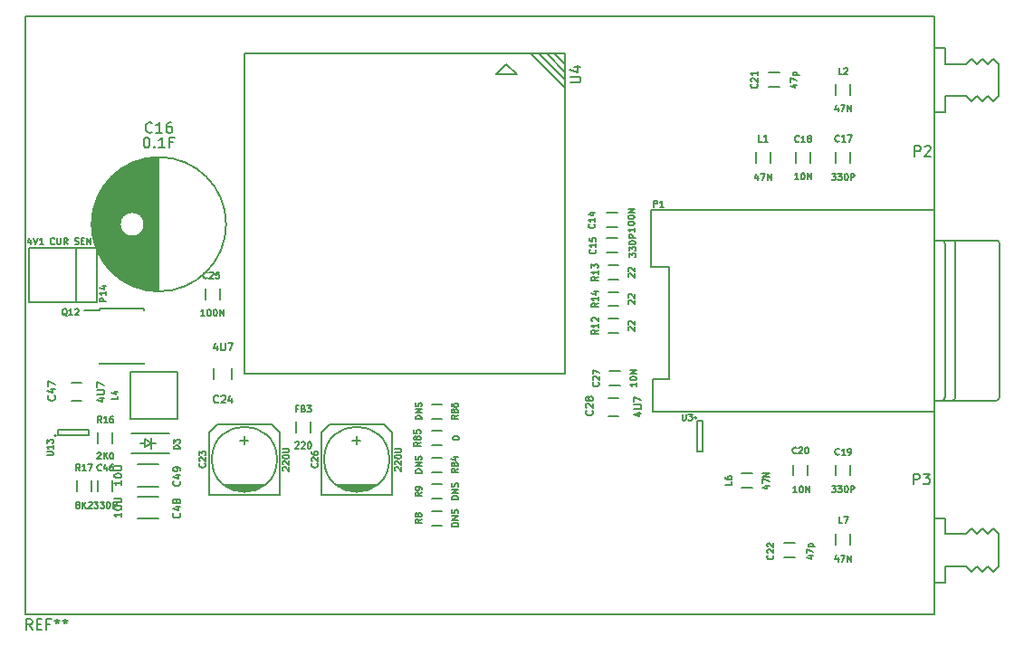
<source format=gto>
G04 #@! TF.FileFunction,Legend,Top*
%FSLAX46Y46*%
G04 Gerber Fmt 4.6, Leading zero omitted, Abs format (unit mm)*
G04 Created by KiCad (PCBNEW 4.0.0-rc1-stable) date 10/22/2015 12:37:03 PM*
%MOMM*%
G01*
G04 APERTURE LIST*
%ADD10C,0.100000*%
%ADD11C,0.150000*%
G04 APERTURE END LIST*
D10*
D11*
X114028571Y-103471429D02*
X114028571Y-103871429D01*
X113885714Y-103242857D02*
X113742857Y-103671429D01*
X114114285Y-103671429D01*
X114257143Y-103271429D02*
X114457143Y-103871429D01*
X114657143Y-103271429D01*
X115171429Y-103871429D02*
X114828572Y-103871429D01*
X115000000Y-103871429D02*
X115000000Y-103271429D01*
X114942857Y-103357143D01*
X114885715Y-103414286D01*
X114828572Y-103442857D01*
X116228572Y-103814286D02*
X116200001Y-103842857D01*
X116114287Y-103871429D01*
X116057144Y-103871429D01*
X115971429Y-103842857D01*
X115914287Y-103785714D01*
X115885715Y-103728571D01*
X115857144Y-103614286D01*
X115857144Y-103528571D01*
X115885715Y-103414286D01*
X115914287Y-103357143D01*
X115971429Y-103300000D01*
X116057144Y-103271429D01*
X116114287Y-103271429D01*
X116200001Y-103300000D01*
X116228572Y-103328571D01*
X116485715Y-103271429D02*
X116485715Y-103757143D01*
X116514287Y-103814286D01*
X116542858Y-103842857D01*
X116600001Y-103871429D01*
X116714287Y-103871429D01*
X116771429Y-103842857D01*
X116800001Y-103814286D01*
X116828572Y-103757143D01*
X116828572Y-103271429D01*
X117457143Y-103871429D02*
X117257143Y-103585714D01*
X117114286Y-103871429D02*
X117114286Y-103271429D01*
X117342858Y-103271429D01*
X117400000Y-103300000D01*
X117428572Y-103328571D01*
X117457143Y-103385714D01*
X117457143Y-103471429D01*
X117428572Y-103528571D01*
X117400000Y-103557143D01*
X117342858Y-103585714D01*
X117114286Y-103585714D01*
X118142858Y-103842857D02*
X118228572Y-103871429D01*
X118371429Y-103871429D01*
X118428572Y-103842857D01*
X118457143Y-103814286D01*
X118485715Y-103757143D01*
X118485715Y-103700000D01*
X118457143Y-103642857D01*
X118428572Y-103614286D01*
X118371429Y-103585714D01*
X118257143Y-103557143D01*
X118200001Y-103528571D01*
X118171429Y-103500000D01*
X118142858Y-103442857D01*
X118142858Y-103385714D01*
X118171429Y-103328571D01*
X118200001Y-103300000D01*
X118257143Y-103271429D01*
X118400001Y-103271429D01*
X118485715Y-103300000D01*
X118742858Y-103557143D02*
X118942858Y-103557143D01*
X119028572Y-103871429D02*
X118742858Y-103871429D01*
X118742858Y-103271429D01*
X119028572Y-103271429D01*
X119285715Y-103871429D02*
X119285715Y-103271429D01*
X119628572Y-103871429D01*
X119628572Y-103271429D01*
X113500000Y-138500000D02*
X198500000Y-138500000D01*
X198500000Y-138500000D02*
X198500000Y-82500000D01*
X198500000Y-82500000D02*
X113500000Y-82500000D01*
X113500000Y-82500000D02*
X113500000Y-138500000D01*
X186675000Y-124500000D02*
X186675000Y-125500000D01*
X185325000Y-125500000D02*
X185325000Y-124500000D01*
X189325000Y-125500000D02*
X189325000Y-124500000D01*
X190675000Y-124500000D02*
X190675000Y-125500000D01*
X190675000Y-131000000D02*
X190675000Y-132000000D01*
X189325000Y-132000000D02*
X189325000Y-131000000D01*
X181500000Y-126675000D02*
X180500000Y-126675000D01*
X180500000Y-125325000D02*
X181500000Y-125325000D01*
X184500000Y-131825000D02*
X185500000Y-131825000D01*
X185500000Y-133175000D02*
X184500000Y-133175000D01*
X183000000Y-87825000D02*
X184000000Y-87825000D01*
X184000000Y-89175000D02*
X183000000Y-89175000D01*
X151500000Y-118825000D02*
X152500000Y-118825000D01*
X152500000Y-120175000D02*
X151500000Y-120175000D01*
X151500000Y-121325000D02*
X152500000Y-121325000D01*
X152500000Y-122675000D02*
X151500000Y-122675000D01*
X151500000Y-123825000D02*
X152500000Y-123825000D01*
X152500000Y-125175000D02*
X151500000Y-125175000D01*
X119675000Y-126000000D02*
X119675000Y-127000000D01*
X118325000Y-127000000D02*
X118325000Y-126000000D01*
X120325000Y-122500000D02*
X120325000Y-121500000D01*
X121675000Y-121500000D02*
X121675000Y-122500000D01*
X169000000Y-109675000D02*
X168000000Y-109675000D01*
X168000000Y-108325000D02*
X169000000Y-108325000D01*
X169000000Y-107175000D02*
X168000000Y-107175000D01*
X168000000Y-105825000D02*
X169000000Y-105825000D01*
X169000000Y-112175000D02*
X168000000Y-112175000D01*
X168000000Y-110825000D02*
X169000000Y-110825000D01*
X152500000Y-127675000D02*
X151500000Y-127675000D01*
X151500000Y-126325000D02*
X152500000Y-126325000D01*
X152500000Y-130175000D02*
X151500000Y-130175000D01*
X151500000Y-128825000D02*
X152500000Y-128825000D01*
X189325000Y-89900000D02*
X189325000Y-88900000D01*
X190675000Y-88900000D02*
X190675000Y-89900000D01*
X183175000Y-95250000D02*
X183175000Y-96250000D01*
X181825000Y-96250000D02*
X181825000Y-95250000D01*
X138825000Y-121500000D02*
X138825000Y-120500000D01*
X140175000Y-120500000D02*
X140175000Y-121500000D01*
X124000000Y-126525000D02*
X126000000Y-126525000D01*
X126000000Y-124475000D02*
X124000000Y-124475000D01*
X124000000Y-129525000D02*
X126000000Y-129525000D01*
X126000000Y-127475000D02*
X124000000Y-127475000D01*
X121675000Y-126000000D02*
X121675000Y-127000000D01*
X120325000Y-127000000D02*
X120325000Y-126000000D01*
X118800000Y-116850000D02*
X117800000Y-116850000D01*
X117800000Y-118550000D02*
X118800000Y-118550000D01*
X169000000Y-118250000D02*
X168000000Y-118250000D01*
X168000000Y-119950000D02*
X169000000Y-119950000D01*
X169100000Y-117075000D02*
X168100000Y-117075000D01*
X168100000Y-115725000D02*
X169100000Y-115725000D01*
X131675000Y-108000000D02*
X131675000Y-109000000D01*
X130325000Y-109000000D02*
X130325000Y-108000000D01*
X132850000Y-116500000D02*
X132850000Y-115500000D01*
X131150000Y-115500000D02*
X131150000Y-116500000D01*
X185575000Y-96250000D02*
X185575000Y-95250000D01*
X186925000Y-95250000D02*
X186925000Y-96250000D01*
X190675000Y-95250000D02*
X190675000Y-96250000D01*
X189325000Y-96250000D02*
X189325000Y-95250000D01*
X167900000Y-103325000D02*
X168900000Y-103325000D01*
X168900000Y-104675000D02*
X167900000Y-104675000D01*
X167900000Y-100925000D02*
X168900000Y-100925000D01*
X168900000Y-102275000D02*
X167900000Y-102275000D01*
X120425000Y-109925000D02*
X120425000Y-110070000D01*
X124575000Y-109925000D02*
X124575000Y-110070000D01*
X124575000Y-115075000D02*
X124575000Y-114930000D01*
X120425000Y-115075000D02*
X120425000Y-114930000D01*
X120425000Y-109925000D02*
X124575000Y-109925000D01*
X120425000Y-115075000D02*
X124575000Y-115075000D01*
X120425000Y-110070000D02*
X119025000Y-110070000D01*
X116400000Y-121800000D02*
G75*
G03X116400000Y-121800000I-100000J0D01*
G01*
X116550000Y-121250000D02*
X116550000Y-121750000D01*
X119450000Y-121250000D02*
X116550000Y-121250000D01*
X119450000Y-121750000D02*
X119450000Y-121250000D01*
X116550000Y-121750000D02*
X119450000Y-121750000D01*
X158500000Y-87000000D02*
X157500000Y-88000000D01*
X157500000Y-88000000D02*
X159500000Y-88000000D01*
X158500000Y-87000000D02*
X159500000Y-88000000D01*
X163000000Y-86000000D02*
X164000000Y-87000000D01*
X164000000Y-87000000D02*
X164000000Y-87750000D01*
X164000000Y-87750000D02*
X162250000Y-86000000D01*
X162250000Y-86000000D02*
X161500000Y-86000000D01*
X161500000Y-86000000D02*
X164000000Y-88500000D01*
X164000000Y-88500000D02*
X164000000Y-89250000D01*
X164000000Y-89250000D02*
X160750000Y-86000000D01*
X134000000Y-86000000D02*
X134000000Y-116000000D01*
X134000000Y-116000000D02*
X164000000Y-116000000D01*
X164000000Y-116000000D02*
X164000000Y-86000000D01*
X164000000Y-86000000D02*
X134000000Y-86000000D01*
X176300000Y-120100000D02*
G75*
G03X176300000Y-120100000I-100000J0D01*
G01*
X176850000Y-120350000D02*
X176350000Y-120350000D01*
X176850000Y-123250000D02*
X176850000Y-120350000D01*
X176350000Y-123250000D02*
X176850000Y-123250000D01*
X176350000Y-120350000D02*
X176350000Y-123250000D01*
X118270000Y-109290000D02*
X118270000Y-104210000D01*
X113825000Y-109290000D02*
X113825000Y-104210000D01*
X120175000Y-104210000D02*
X120175000Y-109290000D01*
X120175000Y-104210000D02*
X113825000Y-104210000D01*
X120175000Y-109290000D02*
X113825000Y-109290000D01*
X198500000Y-129500000D02*
X199500000Y-129500000D01*
X199500000Y-129500000D02*
X199500000Y-131000000D01*
X199500000Y-131000000D02*
X201500000Y-131000000D01*
X201500000Y-131000000D02*
X202000000Y-130500000D01*
X202000000Y-130500000D02*
X202500000Y-131000000D01*
X202500000Y-131000000D02*
X203000000Y-130500000D01*
X203000000Y-130500000D02*
X203500000Y-131000000D01*
X203500000Y-131000000D02*
X204000000Y-130500000D01*
X204000000Y-130500000D02*
X204500000Y-131000000D01*
X204500000Y-131000000D02*
X204500000Y-134000000D01*
X204500000Y-134000000D02*
X204000000Y-134500000D01*
X204000000Y-134500000D02*
X203500000Y-134000000D01*
X203500000Y-134000000D02*
X203000000Y-134500000D01*
X203000000Y-134500000D02*
X202500000Y-134000000D01*
X202500000Y-134000000D02*
X202000000Y-134500000D01*
X202000000Y-134500000D02*
X201500000Y-134000000D01*
X201500000Y-134000000D02*
X199500000Y-134000000D01*
X199500000Y-134000000D02*
X199500000Y-135500000D01*
X199500000Y-135500000D02*
X198500000Y-135500000D01*
X198500000Y-85500000D02*
X199500000Y-85500000D01*
X199500000Y-85500000D02*
X199500000Y-87000000D01*
X199500000Y-87000000D02*
X201500000Y-87000000D01*
X201500000Y-87000000D02*
X202000000Y-86500000D01*
X202000000Y-86500000D02*
X202500000Y-87000000D01*
X202500000Y-87000000D02*
X203000000Y-86500000D01*
X203000000Y-86500000D02*
X203500000Y-87000000D01*
X203500000Y-87000000D02*
X204000000Y-86500000D01*
X204000000Y-86500000D02*
X204500000Y-87000000D01*
X204500000Y-87000000D02*
X204500000Y-90000000D01*
X204500000Y-90000000D02*
X204000000Y-90500000D01*
X204000000Y-90500000D02*
X203500000Y-90000000D01*
X203500000Y-90000000D02*
X203000000Y-90500000D01*
X203000000Y-90500000D02*
X202500000Y-90000000D01*
X202500000Y-90000000D02*
X202000000Y-90500000D01*
X202000000Y-90500000D02*
X201500000Y-90000000D01*
X201500000Y-90000000D02*
X199500000Y-90000000D01*
X199500000Y-90000000D02*
X199500000Y-91500000D01*
X199500000Y-91500000D02*
X198500000Y-91500000D01*
X199500000Y-103800000D02*
G75*
G03X199200000Y-103500000I-300000J0D01*
G01*
X200500000Y-103800000D02*
G75*
G03X200200000Y-103500000I-300000J0D01*
G01*
X199200000Y-118500000D02*
G75*
G03X199500000Y-118200000I0J300000D01*
G01*
X200200000Y-118500000D02*
G75*
G03X200500000Y-118200000I0J300000D01*
G01*
X200500000Y-103800000D02*
X200500000Y-118200000D01*
X199500000Y-118200000D02*
X199500000Y-103800000D01*
X204300000Y-103500000D02*
X198500000Y-103500000D01*
X204600000Y-103800000D02*
G75*
G03X204300000Y-103500000I-300000J0D01*
G01*
X204600000Y-118200000D02*
X204600000Y-103800000D01*
X204300000Y-118500000D02*
X198500000Y-118500000D01*
X204300000Y-118500000D02*
G75*
G03X204600000Y-118200000I0J300000D01*
G01*
X198500000Y-100700000D02*
X198500000Y-119500000D01*
X172200000Y-117300000D02*
X172200000Y-116500000D01*
X172200000Y-116500000D02*
X173700000Y-116500000D01*
X173700000Y-116500000D02*
X173700000Y-106000000D01*
X173700000Y-106000000D02*
X172000000Y-106000000D01*
X172200000Y-119500000D02*
X172200000Y-117300000D01*
X172200000Y-119500000D02*
X198500000Y-119500000D01*
X172000000Y-100700000D02*
X198500000Y-100700000D01*
X172000000Y-106000000D02*
X172000000Y-100700000D01*
X127700000Y-115800000D02*
X127700000Y-120200000D01*
X127700000Y-120200000D02*
X123300000Y-120200000D01*
X123300000Y-120200000D02*
X123300000Y-115800000D01*
X123300000Y-115800000D02*
X127700000Y-115800000D01*
X124682500Y-122500000D02*
X124301500Y-122500000D01*
X125698500Y-122500000D02*
X125317500Y-122500000D01*
X125317500Y-122500000D02*
X124682500Y-122881000D01*
X124682500Y-122881000D02*
X124682500Y-122119000D01*
X124682500Y-122119000D02*
X125317500Y-122500000D01*
X125317500Y-123008000D02*
X125317500Y-121992000D01*
X127000000Y-121600000D02*
X123460000Y-121600000D01*
X127000000Y-123400000D02*
X123460000Y-123400000D01*
X143738000Y-126921000D02*
X145262000Y-126921000D01*
X145643000Y-126794000D02*
X143357000Y-126794000D01*
X143103000Y-126667000D02*
X145897000Y-126667000D01*
X146151000Y-126540000D02*
X142849000Y-126540000D01*
X142722000Y-126413000D02*
X146278000Y-126413000D01*
X141198000Y-127302000D02*
X147802000Y-127302000D01*
X147802000Y-127302000D02*
X147802000Y-121460000D01*
X147802000Y-121460000D02*
X147040000Y-120698000D01*
X147040000Y-120698000D02*
X141960000Y-120698000D01*
X141960000Y-120698000D02*
X141198000Y-121460000D01*
X141198000Y-121460000D02*
X141198000Y-127302000D01*
X144500000Y-121841000D02*
X144500000Y-122603000D01*
X144119000Y-122222000D02*
X144881000Y-122222000D01*
X147548000Y-124000000D02*
G75*
G03X147548000Y-124000000I-3048000J0D01*
G01*
X133238000Y-126921000D02*
X134762000Y-126921000D01*
X135143000Y-126794000D02*
X132857000Y-126794000D01*
X132603000Y-126667000D02*
X135397000Y-126667000D01*
X135651000Y-126540000D02*
X132349000Y-126540000D01*
X132222000Y-126413000D02*
X135778000Y-126413000D01*
X130698000Y-127302000D02*
X137302000Y-127302000D01*
X137302000Y-127302000D02*
X137302000Y-121460000D01*
X137302000Y-121460000D02*
X136540000Y-120698000D01*
X136540000Y-120698000D02*
X131460000Y-120698000D01*
X131460000Y-120698000D02*
X130698000Y-121460000D01*
X130698000Y-121460000D02*
X130698000Y-127302000D01*
X134000000Y-121841000D02*
X134000000Y-122603000D01*
X133619000Y-122222000D02*
X134381000Y-122222000D01*
X137048000Y-124000000D02*
G75*
G03X137048000Y-124000000I-3048000J0D01*
G01*
X125925000Y-108250000D02*
X125925000Y-95750000D01*
X125785000Y-108246000D02*
X125785000Y-95754000D01*
X125645000Y-108240000D02*
X125645000Y-95760000D01*
X125505000Y-108230000D02*
X125505000Y-95770000D01*
X125365000Y-108218000D02*
X125365000Y-95782000D01*
X125225000Y-108202000D02*
X125225000Y-95798000D01*
X125085000Y-108183000D02*
X125085000Y-95817000D01*
X124945000Y-108160000D02*
X124945000Y-95840000D01*
X124805000Y-108135000D02*
X124805000Y-95865000D01*
X124665000Y-108106000D02*
X124665000Y-95894000D01*
X124525000Y-108073000D02*
X124525000Y-102521000D01*
X124525000Y-101479000D02*
X124525000Y-95927000D01*
X124385000Y-108038000D02*
X124385000Y-102734000D01*
X124385000Y-101266000D02*
X124385000Y-95962000D01*
X124245000Y-107999000D02*
X124245000Y-102876000D01*
X124245000Y-101124000D02*
X124245000Y-96001000D01*
X124105000Y-107956000D02*
X124105000Y-102978000D01*
X124105000Y-101022000D02*
X124105000Y-96044000D01*
X123965000Y-107909000D02*
X123965000Y-103052000D01*
X123965000Y-100948000D02*
X123965000Y-96091000D01*
X123825000Y-107859000D02*
X123825000Y-103103000D01*
X123825000Y-100897000D02*
X123825000Y-96141000D01*
X123685000Y-107805000D02*
X123685000Y-103135000D01*
X123685000Y-100865000D02*
X123685000Y-96195000D01*
X123545000Y-107748000D02*
X123545000Y-103149000D01*
X123545000Y-100851000D02*
X123545000Y-96252000D01*
X123405000Y-107686000D02*
X123405000Y-103146000D01*
X123405000Y-100854000D02*
X123405000Y-96314000D01*
X123265000Y-107620000D02*
X123265000Y-103126000D01*
X123265000Y-100874000D02*
X123265000Y-96380000D01*
X123125000Y-107549000D02*
X123125000Y-103087000D01*
X123125000Y-100913000D02*
X123125000Y-96451000D01*
X122985000Y-107475000D02*
X122985000Y-103028000D01*
X122985000Y-100972000D02*
X122985000Y-96525000D01*
X122845000Y-107395000D02*
X122845000Y-102945000D01*
X122845000Y-101055000D02*
X122845000Y-96605000D01*
X122705000Y-107311000D02*
X122705000Y-102831000D01*
X122705000Y-101169000D02*
X122705000Y-96689000D01*
X122565000Y-107221000D02*
X122565000Y-102670000D01*
X122565000Y-101330000D02*
X122565000Y-96779000D01*
X122425000Y-107127000D02*
X122425000Y-102409000D01*
X122425000Y-101591000D02*
X122425000Y-96873000D01*
X122285000Y-107026000D02*
X122285000Y-96974000D01*
X122145000Y-106919000D02*
X122145000Y-97081000D01*
X122005000Y-106807000D02*
X122005000Y-97193000D01*
X121865000Y-106687000D02*
X121865000Y-97313000D01*
X121725000Y-106559000D02*
X121725000Y-97441000D01*
X121585000Y-106424000D02*
X121585000Y-97576000D01*
X121445000Y-106280000D02*
X121445000Y-97720000D01*
X121305000Y-106125000D02*
X121305000Y-97875000D01*
X121165000Y-105960000D02*
X121165000Y-98040000D01*
X121025000Y-105783000D02*
X121025000Y-98217000D01*
X120885000Y-105592000D02*
X120885000Y-98408000D01*
X120745000Y-105383000D02*
X120745000Y-98617000D01*
X120605000Y-105155000D02*
X120605000Y-98845000D01*
X120465000Y-104903000D02*
X120465000Y-99097000D01*
X120325000Y-104619000D02*
X120325000Y-99381000D01*
X120185000Y-104291000D02*
X120185000Y-99709000D01*
X120045000Y-103897000D02*
X120045000Y-100103000D01*
X119905000Y-103383000D02*
X119905000Y-100617000D01*
X119765000Y-102433000D02*
X119765000Y-101567000D01*
X124650000Y-102000000D02*
G75*
G03X124650000Y-102000000I-1150000J0D01*
G01*
X132287500Y-102000000D02*
G75*
G03X132287500Y-102000000I-6287500J0D01*
G01*
X114166667Y-139952381D02*
X113833333Y-139476190D01*
X113595238Y-139952381D02*
X113595238Y-138952381D01*
X113976191Y-138952381D01*
X114071429Y-139000000D01*
X114119048Y-139047619D01*
X114166667Y-139142857D01*
X114166667Y-139285714D01*
X114119048Y-139380952D01*
X114071429Y-139428571D01*
X113976191Y-139476190D01*
X113595238Y-139476190D01*
X114595238Y-139428571D02*
X114928572Y-139428571D01*
X115071429Y-139952381D02*
X114595238Y-139952381D01*
X114595238Y-138952381D01*
X115071429Y-138952381D01*
X115833334Y-139428571D02*
X115500000Y-139428571D01*
X115500000Y-139952381D02*
X115500000Y-138952381D01*
X115976191Y-138952381D01*
X116500000Y-138952381D02*
X116500000Y-139190476D01*
X116261905Y-139095238D02*
X116500000Y-139190476D01*
X116738096Y-139095238D01*
X116357143Y-139380952D02*
X116500000Y-139190476D01*
X116642858Y-139380952D01*
X117261905Y-138952381D02*
X117261905Y-139190476D01*
X117023810Y-139095238D02*
X117261905Y-139190476D01*
X117500001Y-139095238D01*
X117119048Y-139380952D02*
X117261905Y-139190476D01*
X117404763Y-139380952D01*
X185614285Y-123414286D02*
X185585714Y-123442857D01*
X185500000Y-123471429D01*
X185442857Y-123471429D01*
X185357142Y-123442857D01*
X185300000Y-123385714D01*
X185271428Y-123328571D01*
X185242857Y-123214286D01*
X185242857Y-123128571D01*
X185271428Y-123014286D01*
X185300000Y-122957143D01*
X185357142Y-122900000D01*
X185442857Y-122871429D01*
X185500000Y-122871429D01*
X185585714Y-122900000D01*
X185614285Y-122928571D01*
X185842857Y-122928571D02*
X185871428Y-122900000D01*
X185928571Y-122871429D01*
X186071428Y-122871429D01*
X186128571Y-122900000D01*
X186157142Y-122928571D01*
X186185714Y-122985714D01*
X186185714Y-123042857D01*
X186157142Y-123128571D01*
X185814285Y-123471429D01*
X186185714Y-123471429D01*
X186557143Y-122871429D02*
X186614286Y-122871429D01*
X186671429Y-122900000D01*
X186700000Y-122928571D01*
X186728571Y-122985714D01*
X186757143Y-123100000D01*
X186757143Y-123242857D01*
X186728571Y-123357143D01*
X186700000Y-123414286D01*
X186671429Y-123442857D01*
X186614286Y-123471429D01*
X186557143Y-123471429D01*
X186500000Y-123442857D01*
X186471429Y-123414286D01*
X186442857Y-123357143D01*
X186414286Y-123242857D01*
X186414286Y-123100000D01*
X186442857Y-122985714D01*
X186471429Y-122928571D01*
X186500000Y-122900000D01*
X186557143Y-122871429D01*
X185671429Y-127071429D02*
X185328572Y-127071429D01*
X185500000Y-127071429D02*
X185500000Y-126471429D01*
X185442857Y-126557143D01*
X185385715Y-126614286D01*
X185328572Y-126642857D01*
X186042858Y-126471429D02*
X186100001Y-126471429D01*
X186157144Y-126500000D01*
X186185715Y-126528571D01*
X186214286Y-126585714D01*
X186242858Y-126700000D01*
X186242858Y-126842857D01*
X186214286Y-126957143D01*
X186185715Y-127014286D01*
X186157144Y-127042857D01*
X186100001Y-127071429D01*
X186042858Y-127071429D01*
X185985715Y-127042857D01*
X185957144Y-127014286D01*
X185928572Y-126957143D01*
X185900001Y-126842857D01*
X185900001Y-126700000D01*
X185928572Y-126585714D01*
X185957144Y-126528571D01*
X185985715Y-126500000D01*
X186042858Y-126471429D01*
X186500001Y-127071429D02*
X186500001Y-126471429D01*
X186842858Y-127071429D01*
X186842858Y-126471429D01*
X189614285Y-123514286D02*
X189585714Y-123542857D01*
X189500000Y-123571429D01*
X189442857Y-123571429D01*
X189357142Y-123542857D01*
X189300000Y-123485714D01*
X189271428Y-123428571D01*
X189242857Y-123314286D01*
X189242857Y-123228571D01*
X189271428Y-123114286D01*
X189300000Y-123057143D01*
X189357142Y-123000000D01*
X189442857Y-122971429D01*
X189500000Y-122971429D01*
X189585714Y-123000000D01*
X189614285Y-123028571D01*
X190185714Y-123571429D02*
X189842857Y-123571429D01*
X190014285Y-123571429D02*
X190014285Y-122971429D01*
X189957142Y-123057143D01*
X189900000Y-123114286D01*
X189842857Y-123142857D01*
X190471429Y-123571429D02*
X190585714Y-123571429D01*
X190642857Y-123542857D01*
X190671429Y-123514286D01*
X190728571Y-123428571D01*
X190757143Y-123314286D01*
X190757143Y-123085714D01*
X190728571Y-123028571D01*
X190700000Y-123000000D01*
X190642857Y-122971429D01*
X190528571Y-122971429D01*
X190471429Y-123000000D01*
X190442857Y-123028571D01*
X190414286Y-123085714D01*
X190414286Y-123228571D01*
X190442857Y-123285714D01*
X190471429Y-123314286D01*
X190528571Y-123342857D01*
X190642857Y-123342857D01*
X190700000Y-123314286D01*
X190728571Y-123285714D01*
X190757143Y-123228571D01*
X188928571Y-126471429D02*
X189300000Y-126471429D01*
X189100000Y-126700000D01*
X189185714Y-126700000D01*
X189242857Y-126728571D01*
X189271428Y-126757143D01*
X189300000Y-126814286D01*
X189300000Y-126957143D01*
X189271428Y-127014286D01*
X189242857Y-127042857D01*
X189185714Y-127071429D01*
X189014286Y-127071429D01*
X188957143Y-127042857D01*
X188928571Y-127014286D01*
X189500000Y-126471429D02*
X189871429Y-126471429D01*
X189671429Y-126700000D01*
X189757143Y-126700000D01*
X189814286Y-126728571D01*
X189842857Y-126757143D01*
X189871429Y-126814286D01*
X189871429Y-126957143D01*
X189842857Y-127014286D01*
X189814286Y-127042857D01*
X189757143Y-127071429D01*
X189585715Y-127071429D01*
X189528572Y-127042857D01*
X189500000Y-127014286D01*
X190242858Y-126471429D02*
X190300001Y-126471429D01*
X190357144Y-126500000D01*
X190385715Y-126528571D01*
X190414286Y-126585714D01*
X190442858Y-126700000D01*
X190442858Y-126842857D01*
X190414286Y-126957143D01*
X190385715Y-127014286D01*
X190357144Y-127042857D01*
X190300001Y-127071429D01*
X190242858Y-127071429D01*
X190185715Y-127042857D01*
X190157144Y-127014286D01*
X190128572Y-126957143D01*
X190100001Y-126842857D01*
X190100001Y-126700000D01*
X190128572Y-126585714D01*
X190157144Y-126528571D01*
X190185715Y-126500000D01*
X190242858Y-126471429D01*
X190700001Y-127071429D02*
X190700001Y-126471429D01*
X190928573Y-126471429D01*
X190985715Y-126500000D01*
X191014287Y-126528571D01*
X191042858Y-126585714D01*
X191042858Y-126671429D01*
X191014287Y-126728571D01*
X190985715Y-126757143D01*
X190928573Y-126785714D01*
X190700001Y-126785714D01*
X189900000Y-129971429D02*
X189614286Y-129971429D01*
X189614286Y-129371429D01*
X190042857Y-129371429D02*
X190442857Y-129371429D01*
X190185714Y-129971429D01*
X189514286Y-133171429D02*
X189514286Y-133571429D01*
X189371429Y-132942857D02*
X189228572Y-133371429D01*
X189600000Y-133371429D01*
X189771429Y-132971429D02*
X190171429Y-132971429D01*
X189914286Y-133571429D01*
X190400001Y-133571429D02*
X190400001Y-132971429D01*
X190742858Y-133571429D01*
X190742858Y-132971429D01*
X179571429Y-126100000D02*
X179571429Y-126385714D01*
X178971429Y-126385714D01*
X178971429Y-125642857D02*
X178971429Y-125757143D01*
X179000000Y-125814286D01*
X179028571Y-125842857D01*
X179114286Y-125900000D01*
X179228571Y-125928571D01*
X179457143Y-125928571D01*
X179514286Y-125900000D01*
X179542857Y-125871428D01*
X179571429Y-125814286D01*
X179571429Y-125700000D01*
X179542857Y-125642857D01*
X179514286Y-125614286D01*
X179457143Y-125585714D01*
X179314286Y-125585714D01*
X179257143Y-125614286D01*
X179228571Y-125642857D01*
X179200000Y-125700000D01*
X179200000Y-125814286D01*
X179228571Y-125871428D01*
X179257143Y-125900000D01*
X179314286Y-125928571D01*
X182671429Y-126485714D02*
X183071429Y-126485714D01*
X182442857Y-126628571D02*
X182871429Y-126771428D01*
X182871429Y-126400000D01*
X182471429Y-126228571D02*
X182471429Y-125828571D01*
X183071429Y-126085714D01*
X183071429Y-125599999D02*
X182471429Y-125599999D01*
X183071429Y-125257142D01*
X182471429Y-125257142D01*
X183414286Y-132985715D02*
X183442857Y-133014286D01*
X183471429Y-133100000D01*
X183471429Y-133157143D01*
X183442857Y-133242858D01*
X183385714Y-133300000D01*
X183328571Y-133328572D01*
X183214286Y-133357143D01*
X183128571Y-133357143D01*
X183014286Y-133328572D01*
X182957143Y-133300000D01*
X182900000Y-133242858D01*
X182871429Y-133157143D01*
X182871429Y-133100000D01*
X182900000Y-133014286D01*
X182928571Y-132985715D01*
X182928571Y-132757143D02*
X182900000Y-132728572D01*
X182871429Y-132671429D01*
X182871429Y-132528572D01*
X182900000Y-132471429D01*
X182928571Y-132442858D01*
X182985714Y-132414286D01*
X183042857Y-132414286D01*
X183128571Y-132442858D01*
X183471429Y-132785715D01*
X183471429Y-132414286D01*
X182928571Y-132185714D02*
X182900000Y-132157143D01*
X182871429Y-132100000D01*
X182871429Y-131957143D01*
X182900000Y-131900000D01*
X182928571Y-131871429D01*
X182985714Y-131842857D01*
X183042857Y-131842857D01*
X183128571Y-131871429D01*
X183471429Y-132214286D01*
X183471429Y-131842857D01*
X186771429Y-133042857D02*
X187171429Y-133042857D01*
X186542857Y-133185714D02*
X186971429Y-133328571D01*
X186971429Y-132957143D01*
X186571429Y-132785714D02*
X186571429Y-132385714D01*
X187171429Y-132642857D01*
X186771429Y-132157142D02*
X187371429Y-132157142D01*
X186800000Y-132157142D02*
X186771429Y-132099999D01*
X186771429Y-131985713D01*
X186800000Y-131928570D01*
X186828571Y-131899999D01*
X186885714Y-131871428D01*
X187057143Y-131871428D01*
X187114286Y-131899999D01*
X187142857Y-131928570D01*
X187171429Y-131985713D01*
X187171429Y-132099999D01*
X187142857Y-132157142D01*
X181914286Y-88885715D02*
X181942857Y-88914286D01*
X181971429Y-89000000D01*
X181971429Y-89057143D01*
X181942857Y-89142858D01*
X181885714Y-89200000D01*
X181828571Y-89228572D01*
X181714286Y-89257143D01*
X181628571Y-89257143D01*
X181514286Y-89228572D01*
X181457143Y-89200000D01*
X181400000Y-89142858D01*
X181371429Y-89057143D01*
X181371429Y-89000000D01*
X181400000Y-88914286D01*
X181428571Y-88885715D01*
X181428571Y-88657143D02*
X181400000Y-88628572D01*
X181371429Y-88571429D01*
X181371429Y-88428572D01*
X181400000Y-88371429D01*
X181428571Y-88342858D01*
X181485714Y-88314286D01*
X181542857Y-88314286D01*
X181628571Y-88342858D01*
X181971429Y-88685715D01*
X181971429Y-88314286D01*
X181971429Y-87742857D02*
X181971429Y-88085714D01*
X181971429Y-87914286D02*
X181371429Y-87914286D01*
X181457143Y-87971429D01*
X181514286Y-88028571D01*
X181542857Y-88085714D01*
X185271429Y-88942857D02*
X185671429Y-88942857D01*
X185042857Y-89085714D02*
X185471429Y-89228571D01*
X185471429Y-88857143D01*
X185071429Y-88685714D02*
X185071429Y-88285714D01*
X185671429Y-88542857D01*
X185271429Y-88057142D02*
X185871429Y-88057142D01*
X185300000Y-88057142D02*
X185271429Y-87999999D01*
X185271429Y-87885713D01*
X185300000Y-87828570D01*
X185328571Y-87799999D01*
X185385714Y-87771428D01*
X185557143Y-87771428D01*
X185614286Y-87799999D01*
X185642857Y-87828570D01*
X185671429Y-87885713D01*
X185671429Y-87999999D01*
X185642857Y-88057142D01*
X153971429Y-119885715D02*
X153685714Y-120085715D01*
X153971429Y-120228572D02*
X153371429Y-120228572D01*
X153371429Y-120000000D01*
X153400000Y-119942858D01*
X153428571Y-119914286D01*
X153485714Y-119885715D01*
X153571429Y-119885715D01*
X153628571Y-119914286D01*
X153657143Y-119942858D01*
X153685714Y-120000000D01*
X153685714Y-120228572D01*
X153628571Y-119542858D02*
X153600000Y-119600000D01*
X153571429Y-119628572D01*
X153514286Y-119657143D01*
X153485714Y-119657143D01*
X153428571Y-119628572D01*
X153400000Y-119600000D01*
X153371429Y-119542858D01*
X153371429Y-119428572D01*
X153400000Y-119371429D01*
X153428571Y-119342858D01*
X153485714Y-119314286D01*
X153514286Y-119314286D01*
X153571429Y-119342858D01*
X153600000Y-119371429D01*
X153628571Y-119428572D01*
X153628571Y-119542858D01*
X153657143Y-119600000D01*
X153685714Y-119628572D01*
X153742857Y-119657143D01*
X153857143Y-119657143D01*
X153914286Y-119628572D01*
X153942857Y-119600000D01*
X153971429Y-119542858D01*
X153971429Y-119428572D01*
X153942857Y-119371429D01*
X153914286Y-119342858D01*
X153857143Y-119314286D01*
X153742857Y-119314286D01*
X153685714Y-119342858D01*
X153657143Y-119371429D01*
X153628571Y-119428572D01*
X153371429Y-118800000D02*
X153371429Y-118914286D01*
X153400000Y-118971429D01*
X153428571Y-119000000D01*
X153514286Y-119057143D01*
X153628571Y-119085714D01*
X153857143Y-119085714D01*
X153914286Y-119057143D01*
X153942857Y-119028571D01*
X153971429Y-118971429D01*
X153971429Y-118857143D01*
X153942857Y-118800000D01*
X153914286Y-118771429D01*
X153857143Y-118742857D01*
X153714286Y-118742857D01*
X153657143Y-118771429D01*
X153628571Y-118800000D01*
X153600000Y-118857143D01*
X153600000Y-118971429D01*
X153628571Y-119028571D01*
X153657143Y-119057143D01*
X153714286Y-119085714D01*
X150571429Y-120257143D02*
X149971429Y-120257143D01*
X149971429Y-120114286D01*
X150000000Y-120028571D01*
X150057143Y-119971429D01*
X150114286Y-119942857D01*
X150228571Y-119914286D01*
X150314286Y-119914286D01*
X150428571Y-119942857D01*
X150485714Y-119971429D01*
X150542857Y-120028571D01*
X150571429Y-120114286D01*
X150571429Y-120257143D01*
X150571429Y-119657143D02*
X149971429Y-119657143D01*
X150571429Y-119314286D01*
X149971429Y-119314286D01*
X150542857Y-119057143D02*
X150571429Y-118971429D01*
X150571429Y-118828572D01*
X150542857Y-118771429D01*
X150514286Y-118742858D01*
X150457143Y-118714286D01*
X150400000Y-118714286D01*
X150342857Y-118742858D01*
X150314286Y-118771429D01*
X150285714Y-118828572D01*
X150257143Y-118942858D01*
X150228571Y-119000000D01*
X150200000Y-119028572D01*
X150142857Y-119057143D01*
X150085714Y-119057143D01*
X150028571Y-119028572D01*
X150000000Y-119000000D01*
X149971429Y-118942858D01*
X149971429Y-118800000D01*
X150000000Y-118714286D01*
X150471429Y-122385715D02*
X150185714Y-122585715D01*
X150471429Y-122728572D02*
X149871429Y-122728572D01*
X149871429Y-122500000D01*
X149900000Y-122442858D01*
X149928571Y-122414286D01*
X149985714Y-122385715D01*
X150071429Y-122385715D01*
X150128571Y-122414286D01*
X150157143Y-122442858D01*
X150185714Y-122500000D01*
X150185714Y-122728572D01*
X150128571Y-122042858D02*
X150100000Y-122100000D01*
X150071429Y-122128572D01*
X150014286Y-122157143D01*
X149985714Y-122157143D01*
X149928571Y-122128572D01*
X149900000Y-122100000D01*
X149871429Y-122042858D01*
X149871429Y-121928572D01*
X149900000Y-121871429D01*
X149928571Y-121842858D01*
X149985714Y-121814286D01*
X150014286Y-121814286D01*
X150071429Y-121842858D01*
X150100000Y-121871429D01*
X150128571Y-121928572D01*
X150128571Y-122042858D01*
X150157143Y-122100000D01*
X150185714Y-122128572D01*
X150242857Y-122157143D01*
X150357143Y-122157143D01*
X150414286Y-122128572D01*
X150442857Y-122100000D01*
X150471429Y-122042858D01*
X150471429Y-121928572D01*
X150442857Y-121871429D01*
X150414286Y-121842858D01*
X150357143Y-121814286D01*
X150242857Y-121814286D01*
X150185714Y-121842858D01*
X150157143Y-121871429D01*
X150128571Y-121928572D01*
X149871429Y-121271429D02*
X149871429Y-121557143D01*
X150157143Y-121585714D01*
X150128571Y-121557143D01*
X150100000Y-121500000D01*
X150100000Y-121357143D01*
X150128571Y-121300000D01*
X150157143Y-121271429D01*
X150214286Y-121242857D01*
X150357143Y-121242857D01*
X150414286Y-121271429D01*
X150442857Y-121300000D01*
X150471429Y-121357143D01*
X150471429Y-121500000D01*
X150442857Y-121557143D01*
X150414286Y-121585714D01*
X153471429Y-122028571D02*
X153471429Y-121971428D01*
X153500000Y-121914285D01*
X153528571Y-121885714D01*
X153585714Y-121857143D01*
X153700000Y-121828571D01*
X153842857Y-121828571D01*
X153957143Y-121857143D01*
X154014286Y-121885714D01*
X154042857Y-121914285D01*
X154071429Y-121971428D01*
X154071429Y-122028571D01*
X154042857Y-122085714D01*
X154014286Y-122114285D01*
X153957143Y-122142857D01*
X153842857Y-122171428D01*
X153700000Y-122171428D01*
X153585714Y-122142857D01*
X153528571Y-122114285D01*
X153500000Y-122085714D01*
X153471429Y-122028571D01*
X153971429Y-124885715D02*
X153685714Y-125085715D01*
X153971429Y-125228572D02*
X153371429Y-125228572D01*
X153371429Y-125000000D01*
X153400000Y-124942858D01*
X153428571Y-124914286D01*
X153485714Y-124885715D01*
X153571429Y-124885715D01*
X153628571Y-124914286D01*
X153657143Y-124942858D01*
X153685714Y-125000000D01*
X153685714Y-125228572D01*
X153628571Y-124542858D02*
X153600000Y-124600000D01*
X153571429Y-124628572D01*
X153514286Y-124657143D01*
X153485714Y-124657143D01*
X153428571Y-124628572D01*
X153400000Y-124600000D01*
X153371429Y-124542858D01*
X153371429Y-124428572D01*
X153400000Y-124371429D01*
X153428571Y-124342858D01*
X153485714Y-124314286D01*
X153514286Y-124314286D01*
X153571429Y-124342858D01*
X153600000Y-124371429D01*
X153628571Y-124428572D01*
X153628571Y-124542858D01*
X153657143Y-124600000D01*
X153685714Y-124628572D01*
X153742857Y-124657143D01*
X153857143Y-124657143D01*
X153914286Y-124628572D01*
X153942857Y-124600000D01*
X153971429Y-124542858D01*
X153971429Y-124428572D01*
X153942857Y-124371429D01*
X153914286Y-124342858D01*
X153857143Y-124314286D01*
X153742857Y-124314286D01*
X153685714Y-124342858D01*
X153657143Y-124371429D01*
X153628571Y-124428572D01*
X153571429Y-123800000D02*
X153971429Y-123800000D01*
X153342857Y-123942857D02*
X153771429Y-124085714D01*
X153771429Y-123714286D01*
X150571429Y-125257143D02*
X149971429Y-125257143D01*
X149971429Y-125114286D01*
X150000000Y-125028571D01*
X150057143Y-124971429D01*
X150114286Y-124942857D01*
X150228571Y-124914286D01*
X150314286Y-124914286D01*
X150428571Y-124942857D01*
X150485714Y-124971429D01*
X150542857Y-125028571D01*
X150571429Y-125114286D01*
X150571429Y-125257143D01*
X150571429Y-124657143D02*
X149971429Y-124657143D01*
X150571429Y-124314286D01*
X149971429Y-124314286D01*
X150542857Y-124057143D02*
X150571429Y-123971429D01*
X150571429Y-123828572D01*
X150542857Y-123771429D01*
X150514286Y-123742858D01*
X150457143Y-123714286D01*
X150400000Y-123714286D01*
X150342857Y-123742858D01*
X150314286Y-123771429D01*
X150285714Y-123828572D01*
X150257143Y-123942858D01*
X150228571Y-124000000D01*
X150200000Y-124028572D01*
X150142857Y-124057143D01*
X150085714Y-124057143D01*
X150028571Y-124028572D01*
X150000000Y-124000000D01*
X149971429Y-123942858D01*
X149971429Y-123800000D01*
X150000000Y-123714286D01*
X118614285Y-125071429D02*
X118414285Y-124785714D01*
X118271428Y-125071429D02*
X118271428Y-124471429D01*
X118500000Y-124471429D01*
X118557142Y-124500000D01*
X118585714Y-124528571D01*
X118614285Y-124585714D01*
X118614285Y-124671429D01*
X118585714Y-124728571D01*
X118557142Y-124757143D01*
X118500000Y-124785714D01*
X118271428Y-124785714D01*
X119185714Y-125071429D02*
X118842857Y-125071429D01*
X119014285Y-125071429D02*
X119014285Y-124471429D01*
X118957142Y-124557143D01*
X118900000Y-124614286D01*
X118842857Y-124642857D01*
X119385714Y-124471429D02*
X119785714Y-124471429D01*
X119528571Y-125071429D01*
X118357142Y-128228571D02*
X118300000Y-128200000D01*
X118271428Y-128171429D01*
X118242857Y-128114286D01*
X118242857Y-128085714D01*
X118271428Y-128028571D01*
X118300000Y-128000000D01*
X118357142Y-127971429D01*
X118471428Y-127971429D01*
X118528571Y-128000000D01*
X118557142Y-128028571D01*
X118585714Y-128085714D01*
X118585714Y-128114286D01*
X118557142Y-128171429D01*
X118528571Y-128200000D01*
X118471428Y-128228571D01*
X118357142Y-128228571D01*
X118300000Y-128257143D01*
X118271428Y-128285714D01*
X118242857Y-128342857D01*
X118242857Y-128457143D01*
X118271428Y-128514286D01*
X118300000Y-128542857D01*
X118357142Y-128571429D01*
X118471428Y-128571429D01*
X118528571Y-128542857D01*
X118557142Y-128514286D01*
X118585714Y-128457143D01*
X118585714Y-128342857D01*
X118557142Y-128285714D01*
X118528571Y-128257143D01*
X118471428Y-128228571D01*
X118842857Y-128571429D02*
X118842857Y-127971429D01*
X119185714Y-128571429D02*
X118928571Y-128228571D01*
X119185714Y-127971429D02*
X118842857Y-128314286D01*
X119414286Y-128028571D02*
X119442857Y-128000000D01*
X119500000Y-127971429D01*
X119642857Y-127971429D01*
X119700000Y-128000000D01*
X119728571Y-128028571D01*
X119757143Y-128085714D01*
X119757143Y-128142857D01*
X119728571Y-128228571D01*
X119385714Y-128571429D01*
X119757143Y-128571429D01*
X120614285Y-120571429D02*
X120414285Y-120285714D01*
X120271428Y-120571429D02*
X120271428Y-119971429D01*
X120500000Y-119971429D01*
X120557142Y-120000000D01*
X120585714Y-120028571D01*
X120614285Y-120085714D01*
X120614285Y-120171429D01*
X120585714Y-120228571D01*
X120557142Y-120257143D01*
X120500000Y-120285714D01*
X120271428Y-120285714D01*
X121185714Y-120571429D02*
X120842857Y-120571429D01*
X121014285Y-120571429D02*
X121014285Y-119971429D01*
X120957142Y-120057143D01*
X120900000Y-120114286D01*
X120842857Y-120142857D01*
X121700000Y-119971429D02*
X121585714Y-119971429D01*
X121528571Y-120000000D01*
X121500000Y-120028571D01*
X121442857Y-120114286D01*
X121414286Y-120228571D01*
X121414286Y-120457143D01*
X121442857Y-120514286D01*
X121471429Y-120542857D01*
X121528571Y-120571429D01*
X121642857Y-120571429D01*
X121700000Y-120542857D01*
X121728571Y-120514286D01*
X121757143Y-120457143D01*
X121757143Y-120314286D01*
X121728571Y-120257143D01*
X121700000Y-120228571D01*
X121642857Y-120200000D01*
X121528571Y-120200000D01*
X121471429Y-120228571D01*
X121442857Y-120257143D01*
X121414286Y-120314286D01*
X120242857Y-123428571D02*
X120271428Y-123400000D01*
X120328571Y-123371429D01*
X120471428Y-123371429D01*
X120528571Y-123400000D01*
X120557142Y-123428571D01*
X120585714Y-123485714D01*
X120585714Y-123542857D01*
X120557142Y-123628571D01*
X120214285Y-123971429D01*
X120585714Y-123971429D01*
X120842857Y-123971429D02*
X120842857Y-123371429D01*
X121185714Y-123971429D02*
X120928571Y-123628571D01*
X121185714Y-123371429D02*
X120842857Y-123714286D01*
X121557143Y-123371429D02*
X121614286Y-123371429D01*
X121671429Y-123400000D01*
X121700000Y-123428571D01*
X121728571Y-123485714D01*
X121757143Y-123600000D01*
X121757143Y-123742857D01*
X121728571Y-123857143D01*
X121700000Y-123914286D01*
X121671429Y-123942857D01*
X121614286Y-123971429D01*
X121557143Y-123971429D01*
X121500000Y-123942857D01*
X121471429Y-123914286D01*
X121442857Y-123857143D01*
X121414286Y-123742857D01*
X121414286Y-123600000D01*
X121442857Y-123485714D01*
X121471429Y-123428571D01*
X121500000Y-123400000D01*
X121557143Y-123371429D01*
X167071429Y-109385715D02*
X166785714Y-109585715D01*
X167071429Y-109728572D02*
X166471429Y-109728572D01*
X166471429Y-109500000D01*
X166500000Y-109442858D01*
X166528571Y-109414286D01*
X166585714Y-109385715D01*
X166671429Y-109385715D01*
X166728571Y-109414286D01*
X166757143Y-109442858D01*
X166785714Y-109500000D01*
X166785714Y-109728572D01*
X167071429Y-108814286D02*
X167071429Y-109157143D01*
X167071429Y-108985715D02*
X166471429Y-108985715D01*
X166557143Y-109042858D01*
X166614286Y-109100000D01*
X166642857Y-109157143D01*
X166671429Y-108300000D02*
X167071429Y-108300000D01*
X166442857Y-108442857D02*
X166871429Y-108585714D01*
X166871429Y-108214286D01*
X169928571Y-109457143D02*
X169900000Y-109428572D01*
X169871429Y-109371429D01*
X169871429Y-109228572D01*
X169900000Y-109171429D01*
X169928571Y-109142858D01*
X169985714Y-109114286D01*
X170042857Y-109114286D01*
X170128571Y-109142858D01*
X170471429Y-109485715D01*
X170471429Y-109114286D01*
X169928571Y-108885714D02*
X169900000Y-108857143D01*
X169871429Y-108800000D01*
X169871429Y-108657143D01*
X169900000Y-108600000D01*
X169928571Y-108571429D01*
X169985714Y-108542857D01*
X170042857Y-108542857D01*
X170128571Y-108571429D01*
X170471429Y-108914286D01*
X170471429Y-108542857D01*
X167071429Y-106885715D02*
X166785714Y-107085715D01*
X167071429Y-107228572D02*
X166471429Y-107228572D01*
X166471429Y-107000000D01*
X166500000Y-106942858D01*
X166528571Y-106914286D01*
X166585714Y-106885715D01*
X166671429Y-106885715D01*
X166728571Y-106914286D01*
X166757143Y-106942858D01*
X166785714Y-107000000D01*
X166785714Y-107228572D01*
X167071429Y-106314286D02*
X167071429Y-106657143D01*
X167071429Y-106485715D02*
X166471429Y-106485715D01*
X166557143Y-106542858D01*
X166614286Y-106600000D01*
X166642857Y-106657143D01*
X166471429Y-106114286D02*
X166471429Y-105742857D01*
X166700000Y-105942857D01*
X166700000Y-105857143D01*
X166728571Y-105800000D01*
X166757143Y-105771429D01*
X166814286Y-105742857D01*
X166957143Y-105742857D01*
X167014286Y-105771429D01*
X167042857Y-105800000D01*
X167071429Y-105857143D01*
X167071429Y-106028571D01*
X167042857Y-106085714D01*
X167014286Y-106114286D01*
X169928571Y-106957143D02*
X169900000Y-106928572D01*
X169871429Y-106871429D01*
X169871429Y-106728572D01*
X169900000Y-106671429D01*
X169928571Y-106642858D01*
X169985714Y-106614286D01*
X170042857Y-106614286D01*
X170128571Y-106642858D01*
X170471429Y-106985715D01*
X170471429Y-106614286D01*
X169928571Y-106385714D02*
X169900000Y-106357143D01*
X169871429Y-106300000D01*
X169871429Y-106157143D01*
X169900000Y-106100000D01*
X169928571Y-106071429D01*
X169985714Y-106042857D01*
X170042857Y-106042857D01*
X170128571Y-106071429D01*
X170471429Y-106414286D01*
X170471429Y-106042857D01*
X167071429Y-111885715D02*
X166785714Y-112085715D01*
X167071429Y-112228572D02*
X166471429Y-112228572D01*
X166471429Y-112000000D01*
X166500000Y-111942858D01*
X166528571Y-111914286D01*
X166585714Y-111885715D01*
X166671429Y-111885715D01*
X166728571Y-111914286D01*
X166757143Y-111942858D01*
X166785714Y-112000000D01*
X166785714Y-112228572D01*
X167071429Y-111314286D02*
X167071429Y-111657143D01*
X167071429Y-111485715D02*
X166471429Y-111485715D01*
X166557143Y-111542858D01*
X166614286Y-111600000D01*
X166642857Y-111657143D01*
X166528571Y-111085714D02*
X166500000Y-111057143D01*
X166471429Y-111000000D01*
X166471429Y-110857143D01*
X166500000Y-110800000D01*
X166528571Y-110771429D01*
X166585714Y-110742857D01*
X166642857Y-110742857D01*
X166728571Y-110771429D01*
X167071429Y-111114286D01*
X167071429Y-110742857D01*
X169928571Y-111957143D02*
X169900000Y-111928572D01*
X169871429Y-111871429D01*
X169871429Y-111728572D01*
X169900000Y-111671429D01*
X169928571Y-111642858D01*
X169985714Y-111614286D01*
X170042857Y-111614286D01*
X170128571Y-111642858D01*
X170471429Y-111985715D01*
X170471429Y-111614286D01*
X169928571Y-111385714D02*
X169900000Y-111357143D01*
X169871429Y-111300000D01*
X169871429Y-111157143D01*
X169900000Y-111100000D01*
X169928571Y-111071429D01*
X169985714Y-111042857D01*
X170042857Y-111042857D01*
X170128571Y-111071429D01*
X170471429Y-111414286D01*
X170471429Y-111042857D01*
X150571429Y-127100000D02*
X150285714Y-127300000D01*
X150571429Y-127442857D02*
X149971429Y-127442857D01*
X149971429Y-127214285D01*
X150000000Y-127157143D01*
X150028571Y-127128571D01*
X150085714Y-127100000D01*
X150171429Y-127100000D01*
X150228571Y-127128571D01*
X150257143Y-127157143D01*
X150285714Y-127214285D01*
X150285714Y-127442857D01*
X150571429Y-126814285D02*
X150571429Y-126700000D01*
X150542857Y-126642857D01*
X150514286Y-126614285D01*
X150428571Y-126557143D01*
X150314286Y-126528571D01*
X150085714Y-126528571D01*
X150028571Y-126557143D01*
X150000000Y-126585714D01*
X149971429Y-126642857D01*
X149971429Y-126757143D01*
X150000000Y-126814285D01*
X150028571Y-126842857D01*
X150085714Y-126871428D01*
X150228571Y-126871428D01*
X150285714Y-126842857D01*
X150314286Y-126814285D01*
X150342857Y-126757143D01*
X150342857Y-126642857D01*
X150314286Y-126585714D01*
X150285714Y-126557143D01*
X150228571Y-126528571D01*
X153971429Y-127757143D02*
X153371429Y-127757143D01*
X153371429Y-127614286D01*
X153400000Y-127528571D01*
X153457143Y-127471429D01*
X153514286Y-127442857D01*
X153628571Y-127414286D01*
X153714286Y-127414286D01*
X153828571Y-127442857D01*
X153885714Y-127471429D01*
X153942857Y-127528571D01*
X153971429Y-127614286D01*
X153971429Y-127757143D01*
X153971429Y-127157143D02*
X153371429Y-127157143D01*
X153971429Y-126814286D01*
X153371429Y-126814286D01*
X153942857Y-126557143D02*
X153971429Y-126471429D01*
X153971429Y-126328572D01*
X153942857Y-126271429D01*
X153914286Y-126242858D01*
X153857143Y-126214286D01*
X153800000Y-126214286D01*
X153742857Y-126242858D01*
X153714286Y-126271429D01*
X153685714Y-126328572D01*
X153657143Y-126442858D01*
X153628571Y-126500000D01*
X153600000Y-126528572D01*
X153542857Y-126557143D01*
X153485714Y-126557143D01*
X153428571Y-126528572D01*
X153400000Y-126500000D01*
X153371429Y-126442858D01*
X153371429Y-126300000D01*
X153400000Y-126214286D01*
X150571429Y-129600000D02*
X150285714Y-129800000D01*
X150571429Y-129942857D02*
X149971429Y-129942857D01*
X149971429Y-129714285D01*
X150000000Y-129657143D01*
X150028571Y-129628571D01*
X150085714Y-129600000D01*
X150171429Y-129600000D01*
X150228571Y-129628571D01*
X150257143Y-129657143D01*
X150285714Y-129714285D01*
X150285714Y-129942857D01*
X150228571Y-129257143D02*
X150200000Y-129314285D01*
X150171429Y-129342857D01*
X150114286Y-129371428D01*
X150085714Y-129371428D01*
X150028571Y-129342857D01*
X150000000Y-129314285D01*
X149971429Y-129257143D01*
X149971429Y-129142857D01*
X150000000Y-129085714D01*
X150028571Y-129057143D01*
X150085714Y-129028571D01*
X150114286Y-129028571D01*
X150171429Y-129057143D01*
X150200000Y-129085714D01*
X150228571Y-129142857D01*
X150228571Y-129257143D01*
X150257143Y-129314285D01*
X150285714Y-129342857D01*
X150342857Y-129371428D01*
X150457143Y-129371428D01*
X150514286Y-129342857D01*
X150542857Y-129314285D01*
X150571429Y-129257143D01*
X150571429Y-129142857D01*
X150542857Y-129085714D01*
X150514286Y-129057143D01*
X150457143Y-129028571D01*
X150342857Y-129028571D01*
X150285714Y-129057143D01*
X150257143Y-129085714D01*
X150228571Y-129142857D01*
X153971429Y-130257143D02*
X153371429Y-130257143D01*
X153371429Y-130114286D01*
X153400000Y-130028571D01*
X153457143Y-129971429D01*
X153514286Y-129942857D01*
X153628571Y-129914286D01*
X153714286Y-129914286D01*
X153828571Y-129942857D01*
X153885714Y-129971429D01*
X153942857Y-130028571D01*
X153971429Y-130114286D01*
X153971429Y-130257143D01*
X153971429Y-129657143D02*
X153371429Y-129657143D01*
X153971429Y-129314286D01*
X153371429Y-129314286D01*
X153942857Y-129057143D02*
X153971429Y-128971429D01*
X153971429Y-128828572D01*
X153942857Y-128771429D01*
X153914286Y-128742858D01*
X153857143Y-128714286D01*
X153800000Y-128714286D01*
X153742857Y-128742858D01*
X153714286Y-128771429D01*
X153685714Y-128828572D01*
X153657143Y-128942858D01*
X153628571Y-129000000D01*
X153600000Y-129028572D01*
X153542857Y-129057143D01*
X153485714Y-129057143D01*
X153428571Y-129028572D01*
X153400000Y-129000000D01*
X153371429Y-128942858D01*
X153371429Y-128800000D01*
X153400000Y-128714286D01*
X189900000Y-87971429D02*
X189614286Y-87971429D01*
X189614286Y-87371429D01*
X190071429Y-87428571D02*
X190100000Y-87400000D01*
X190157143Y-87371429D01*
X190300000Y-87371429D01*
X190357143Y-87400000D01*
X190385714Y-87428571D01*
X190414286Y-87485714D01*
X190414286Y-87542857D01*
X190385714Y-87628571D01*
X190042857Y-87971429D01*
X190414286Y-87971429D01*
X189514286Y-91071429D02*
X189514286Y-91471429D01*
X189371429Y-90842857D02*
X189228572Y-91271429D01*
X189600000Y-91271429D01*
X189771429Y-90871429D02*
X190171429Y-90871429D01*
X189914286Y-91471429D01*
X190400001Y-91471429D02*
X190400001Y-90871429D01*
X190742858Y-91471429D01*
X190742858Y-90871429D01*
X182400000Y-94271429D02*
X182114286Y-94271429D01*
X182114286Y-93671429D01*
X182914286Y-94271429D02*
X182571429Y-94271429D01*
X182742857Y-94271429D02*
X182742857Y-93671429D01*
X182685714Y-93757143D01*
X182628572Y-93814286D01*
X182571429Y-93842857D01*
X182014286Y-97471429D02*
X182014286Y-97871429D01*
X181871429Y-97242857D02*
X181728572Y-97671429D01*
X182100000Y-97671429D01*
X182271429Y-97271429D02*
X182671429Y-97271429D01*
X182414286Y-97871429D01*
X182900001Y-97871429D02*
X182900001Y-97271429D01*
X183242858Y-97871429D01*
X183242858Y-97271429D01*
X139000000Y-119257143D02*
X138800000Y-119257143D01*
X138800000Y-119571429D02*
X138800000Y-118971429D01*
X139085714Y-118971429D01*
X139514286Y-119257143D02*
X139600000Y-119285714D01*
X139628572Y-119314286D01*
X139657143Y-119371429D01*
X139657143Y-119457143D01*
X139628572Y-119514286D01*
X139600000Y-119542857D01*
X139542858Y-119571429D01*
X139314286Y-119571429D01*
X139314286Y-118971429D01*
X139514286Y-118971429D01*
X139571429Y-119000000D01*
X139600000Y-119028571D01*
X139628572Y-119085714D01*
X139628572Y-119142857D01*
X139600000Y-119200000D01*
X139571429Y-119228571D01*
X139514286Y-119257143D01*
X139314286Y-119257143D01*
X139857143Y-118971429D02*
X140228572Y-118971429D01*
X140028572Y-119200000D01*
X140114286Y-119200000D01*
X140171429Y-119228571D01*
X140200000Y-119257143D01*
X140228572Y-119314286D01*
X140228572Y-119457143D01*
X140200000Y-119514286D01*
X140171429Y-119542857D01*
X140114286Y-119571429D01*
X139942858Y-119571429D01*
X139885715Y-119542857D01*
X139857143Y-119514286D01*
X138757143Y-122428571D02*
X138785714Y-122400000D01*
X138842857Y-122371429D01*
X138985714Y-122371429D01*
X139042857Y-122400000D01*
X139071428Y-122428571D01*
X139100000Y-122485714D01*
X139100000Y-122542857D01*
X139071428Y-122628571D01*
X138728571Y-122971429D01*
X139100000Y-122971429D01*
X139328572Y-122428571D02*
X139357143Y-122400000D01*
X139414286Y-122371429D01*
X139557143Y-122371429D01*
X139614286Y-122400000D01*
X139642857Y-122428571D01*
X139671429Y-122485714D01*
X139671429Y-122542857D01*
X139642857Y-122628571D01*
X139300000Y-122971429D01*
X139671429Y-122971429D01*
X140042858Y-122371429D02*
X140100001Y-122371429D01*
X140157144Y-122400000D01*
X140185715Y-122428571D01*
X140214286Y-122485714D01*
X140242858Y-122600000D01*
X140242858Y-122742857D01*
X140214286Y-122857143D01*
X140185715Y-122914286D01*
X140157144Y-122942857D01*
X140100001Y-122971429D01*
X140042858Y-122971429D01*
X139985715Y-122942857D01*
X139957144Y-122914286D01*
X139928572Y-122857143D01*
X139900001Y-122742857D01*
X139900001Y-122600000D01*
X139928572Y-122485714D01*
X139957144Y-122428571D01*
X139985715Y-122400000D01*
X140042858Y-122371429D01*
X127950000Y-126050000D02*
X127983333Y-126083334D01*
X128016667Y-126183334D01*
X128016667Y-126250000D01*
X127983333Y-126350000D01*
X127916667Y-126416667D01*
X127850000Y-126450000D01*
X127716667Y-126483334D01*
X127616667Y-126483334D01*
X127483333Y-126450000D01*
X127416667Y-126416667D01*
X127350000Y-126350000D01*
X127316667Y-126250000D01*
X127316667Y-126183334D01*
X127350000Y-126083334D01*
X127383333Y-126050000D01*
X127550000Y-125450000D02*
X128016667Y-125450000D01*
X127283333Y-125616667D02*
X127783333Y-125783334D01*
X127783333Y-125350000D01*
X128016667Y-125050000D02*
X128016667Y-124916667D01*
X127983333Y-124850000D01*
X127950000Y-124816667D01*
X127850000Y-124750000D01*
X127716667Y-124716667D01*
X127450000Y-124716667D01*
X127383333Y-124750000D01*
X127350000Y-124783333D01*
X127316667Y-124850000D01*
X127316667Y-124983333D01*
X127350000Y-125050000D01*
X127383333Y-125083333D01*
X127450000Y-125116667D01*
X127616667Y-125116667D01*
X127683333Y-125083333D01*
X127716667Y-125050000D01*
X127750000Y-124983333D01*
X127750000Y-124850000D01*
X127716667Y-124783333D01*
X127683333Y-124750000D01*
X127616667Y-124716667D01*
X122516667Y-126000000D02*
X122516667Y-126400000D01*
X122516667Y-126200000D02*
X121816667Y-126200000D01*
X121916667Y-126266666D01*
X121983333Y-126333333D01*
X122016667Y-126400000D01*
X121816667Y-125566666D02*
X121816667Y-125499999D01*
X121850000Y-125433333D01*
X121883333Y-125399999D01*
X121950000Y-125366666D01*
X122083333Y-125333333D01*
X122250000Y-125333333D01*
X122383333Y-125366666D01*
X122450000Y-125399999D01*
X122483333Y-125433333D01*
X122516667Y-125499999D01*
X122516667Y-125566666D01*
X122483333Y-125633333D01*
X122450000Y-125666666D01*
X122383333Y-125699999D01*
X122250000Y-125733333D01*
X122083333Y-125733333D01*
X121950000Y-125699999D01*
X121883333Y-125666666D01*
X121850000Y-125633333D01*
X121816667Y-125566666D01*
X121816667Y-125033332D02*
X122383333Y-125033332D01*
X122450000Y-124999999D01*
X122483333Y-124966666D01*
X122516667Y-124899999D01*
X122516667Y-124766666D01*
X122483333Y-124699999D01*
X122450000Y-124666666D01*
X122383333Y-124633332D01*
X121816667Y-124633332D01*
X127950000Y-129050000D02*
X127983333Y-129083334D01*
X128016667Y-129183334D01*
X128016667Y-129250000D01*
X127983333Y-129350000D01*
X127916667Y-129416667D01*
X127850000Y-129450000D01*
X127716667Y-129483334D01*
X127616667Y-129483334D01*
X127483333Y-129450000D01*
X127416667Y-129416667D01*
X127350000Y-129350000D01*
X127316667Y-129250000D01*
X127316667Y-129183334D01*
X127350000Y-129083334D01*
X127383333Y-129050000D01*
X127550000Y-128450000D02*
X128016667Y-128450000D01*
X127283333Y-128616667D02*
X127783333Y-128783334D01*
X127783333Y-128350000D01*
X127616667Y-127983333D02*
X127583333Y-128050000D01*
X127550000Y-128083333D01*
X127483333Y-128116667D01*
X127450000Y-128116667D01*
X127383333Y-128083333D01*
X127350000Y-128050000D01*
X127316667Y-127983333D01*
X127316667Y-127850000D01*
X127350000Y-127783333D01*
X127383333Y-127750000D01*
X127450000Y-127716667D01*
X127483333Y-127716667D01*
X127550000Y-127750000D01*
X127583333Y-127783333D01*
X127616667Y-127850000D01*
X127616667Y-127983333D01*
X127650000Y-128050000D01*
X127683333Y-128083333D01*
X127750000Y-128116667D01*
X127883333Y-128116667D01*
X127950000Y-128083333D01*
X127983333Y-128050000D01*
X128016667Y-127983333D01*
X128016667Y-127850000D01*
X127983333Y-127783333D01*
X127950000Y-127750000D01*
X127883333Y-127716667D01*
X127750000Y-127716667D01*
X127683333Y-127750000D01*
X127650000Y-127783333D01*
X127616667Y-127850000D01*
X122516667Y-129000000D02*
X122516667Y-129400000D01*
X122516667Y-129200000D02*
X121816667Y-129200000D01*
X121916667Y-129266666D01*
X121983333Y-129333333D01*
X122016667Y-129400000D01*
X121816667Y-128566666D02*
X121816667Y-128499999D01*
X121850000Y-128433333D01*
X121883333Y-128399999D01*
X121950000Y-128366666D01*
X122083333Y-128333333D01*
X122250000Y-128333333D01*
X122383333Y-128366666D01*
X122450000Y-128399999D01*
X122483333Y-128433333D01*
X122516667Y-128499999D01*
X122516667Y-128566666D01*
X122483333Y-128633333D01*
X122450000Y-128666666D01*
X122383333Y-128699999D01*
X122250000Y-128733333D01*
X122083333Y-128733333D01*
X121950000Y-128699999D01*
X121883333Y-128666666D01*
X121850000Y-128633333D01*
X121816667Y-128566666D01*
X121816667Y-128033332D02*
X122383333Y-128033332D01*
X122450000Y-127999999D01*
X122483333Y-127966666D01*
X122516667Y-127899999D01*
X122516667Y-127766666D01*
X122483333Y-127699999D01*
X122450000Y-127666666D01*
X122383333Y-127633332D01*
X121816667Y-127633332D01*
X120614285Y-125014286D02*
X120585714Y-125042857D01*
X120500000Y-125071429D01*
X120442857Y-125071429D01*
X120357142Y-125042857D01*
X120300000Y-124985714D01*
X120271428Y-124928571D01*
X120242857Y-124814286D01*
X120242857Y-124728571D01*
X120271428Y-124614286D01*
X120300000Y-124557143D01*
X120357142Y-124500000D01*
X120442857Y-124471429D01*
X120500000Y-124471429D01*
X120585714Y-124500000D01*
X120614285Y-124528571D01*
X121128571Y-124671429D02*
X121128571Y-125071429D01*
X120985714Y-124442857D02*
X120842857Y-124871429D01*
X121214285Y-124871429D01*
X121700000Y-124471429D02*
X121585714Y-124471429D01*
X121528571Y-124500000D01*
X121500000Y-124528571D01*
X121442857Y-124614286D01*
X121414286Y-124728571D01*
X121414286Y-124957143D01*
X121442857Y-125014286D01*
X121471429Y-125042857D01*
X121528571Y-125071429D01*
X121642857Y-125071429D01*
X121700000Y-125042857D01*
X121728571Y-125014286D01*
X121757143Y-124957143D01*
X121757143Y-124814286D01*
X121728571Y-124757143D01*
X121700000Y-124728571D01*
X121642857Y-124700000D01*
X121528571Y-124700000D01*
X121471429Y-124728571D01*
X121442857Y-124757143D01*
X121414286Y-124814286D01*
X119928571Y-127971429D02*
X120300000Y-127971429D01*
X120100000Y-128200000D01*
X120185714Y-128200000D01*
X120242857Y-128228571D01*
X120271428Y-128257143D01*
X120300000Y-128314286D01*
X120300000Y-128457143D01*
X120271428Y-128514286D01*
X120242857Y-128542857D01*
X120185714Y-128571429D01*
X120014286Y-128571429D01*
X119957143Y-128542857D01*
X119928571Y-128514286D01*
X120500000Y-127971429D02*
X120871429Y-127971429D01*
X120671429Y-128200000D01*
X120757143Y-128200000D01*
X120814286Y-128228571D01*
X120842857Y-128257143D01*
X120871429Y-128314286D01*
X120871429Y-128457143D01*
X120842857Y-128514286D01*
X120814286Y-128542857D01*
X120757143Y-128571429D01*
X120585715Y-128571429D01*
X120528572Y-128542857D01*
X120500000Y-128514286D01*
X121242858Y-127971429D02*
X121300001Y-127971429D01*
X121357144Y-128000000D01*
X121385715Y-128028571D01*
X121414286Y-128085714D01*
X121442858Y-128200000D01*
X121442858Y-128342857D01*
X121414286Y-128457143D01*
X121385715Y-128514286D01*
X121357144Y-128542857D01*
X121300001Y-128571429D01*
X121242858Y-128571429D01*
X121185715Y-128542857D01*
X121157144Y-128514286D01*
X121128572Y-128457143D01*
X121100001Y-128342857D01*
X121100001Y-128200000D01*
X121128572Y-128085714D01*
X121157144Y-128028571D01*
X121185715Y-128000000D01*
X121242858Y-127971429D01*
X121700001Y-128571429D02*
X121700001Y-127971429D01*
X121928573Y-127971429D01*
X121985715Y-128000000D01*
X122014287Y-128028571D01*
X122042858Y-128085714D01*
X122042858Y-128171429D01*
X122014287Y-128228571D01*
X121985715Y-128257143D01*
X121928573Y-128285714D01*
X121700001Y-128285714D01*
X116250000Y-118050000D02*
X116283333Y-118083334D01*
X116316667Y-118183334D01*
X116316667Y-118250000D01*
X116283333Y-118350000D01*
X116216667Y-118416667D01*
X116150000Y-118450000D01*
X116016667Y-118483334D01*
X115916667Y-118483334D01*
X115783333Y-118450000D01*
X115716667Y-118416667D01*
X115650000Y-118350000D01*
X115616667Y-118250000D01*
X115616667Y-118183334D01*
X115650000Y-118083334D01*
X115683333Y-118050000D01*
X115850000Y-117450000D02*
X116316667Y-117450000D01*
X115583333Y-117616667D02*
X116083333Y-117783334D01*
X116083333Y-117350000D01*
X115616667Y-117150000D02*
X115616667Y-116683333D01*
X116316667Y-116983333D01*
X120450000Y-118266666D02*
X120916667Y-118266666D01*
X120183333Y-118433333D02*
X120683333Y-118600000D01*
X120683333Y-118166666D01*
X120216667Y-117899999D02*
X120783333Y-117899999D01*
X120850000Y-117866666D01*
X120883333Y-117833333D01*
X120916667Y-117766666D01*
X120916667Y-117633333D01*
X120883333Y-117566666D01*
X120850000Y-117533333D01*
X120783333Y-117499999D01*
X120216667Y-117499999D01*
X120216667Y-117233333D02*
X120216667Y-116766666D01*
X120916667Y-117066666D01*
X166550000Y-119450000D02*
X166583333Y-119483334D01*
X166616667Y-119583334D01*
X166616667Y-119650000D01*
X166583333Y-119750000D01*
X166516667Y-119816667D01*
X166450000Y-119850000D01*
X166316667Y-119883334D01*
X166216667Y-119883334D01*
X166083333Y-119850000D01*
X166016667Y-119816667D01*
X165950000Y-119750000D01*
X165916667Y-119650000D01*
X165916667Y-119583334D01*
X165950000Y-119483334D01*
X165983333Y-119450000D01*
X165983333Y-119183334D02*
X165950000Y-119150000D01*
X165916667Y-119083334D01*
X165916667Y-118916667D01*
X165950000Y-118850000D01*
X165983333Y-118816667D01*
X166050000Y-118783334D01*
X166116667Y-118783334D01*
X166216667Y-118816667D01*
X166616667Y-119216667D01*
X166616667Y-118783334D01*
X166216667Y-118383333D02*
X166183333Y-118450000D01*
X166150000Y-118483333D01*
X166083333Y-118516667D01*
X166050000Y-118516667D01*
X165983333Y-118483333D01*
X165950000Y-118450000D01*
X165916667Y-118383333D01*
X165916667Y-118250000D01*
X165950000Y-118183333D01*
X165983333Y-118150000D01*
X166050000Y-118116667D01*
X166083333Y-118116667D01*
X166150000Y-118150000D01*
X166183333Y-118183333D01*
X166216667Y-118250000D01*
X166216667Y-118383333D01*
X166250000Y-118450000D01*
X166283333Y-118483333D01*
X166350000Y-118516667D01*
X166483333Y-118516667D01*
X166550000Y-118483333D01*
X166583333Y-118450000D01*
X166616667Y-118383333D01*
X166616667Y-118250000D01*
X166583333Y-118183333D01*
X166550000Y-118150000D01*
X166483333Y-118116667D01*
X166350000Y-118116667D01*
X166283333Y-118150000D01*
X166250000Y-118183333D01*
X166216667Y-118250000D01*
X170650000Y-119666666D02*
X171116667Y-119666666D01*
X170383333Y-119833333D02*
X170883333Y-120000000D01*
X170883333Y-119566666D01*
X170416667Y-119299999D02*
X170983333Y-119299999D01*
X171050000Y-119266666D01*
X171083333Y-119233333D01*
X171116667Y-119166666D01*
X171116667Y-119033333D01*
X171083333Y-118966666D01*
X171050000Y-118933333D01*
X170983333Y-118899999D01*
X170416667Y-118899999D01*
X170416667Y-118633333D02*
X170416667Y-118166666D01*
X171116667Y-118466666D01*
X167114286Y-116785715D02*
X167142857Y-116814286D01*
X167171429Y-116900000D01*
X167171429Y-116957143D01*
X167142857Y-117042858D01*
X167085714Y-117100000D01*
X167028571Y-117128572D01*
X166914286Y-117157143D01*
X166828571Y-117157143D01*
X166714286Y-117128572D01*
X166657143Y-117100000D01*
X166600000Y-117042858D01*
X166571429Y-116957143D01*
X166571429Y-116900000D01*
X166600000Y-116814286D01*
X166628571Y-116785715D01*
X166628571Y-116557143D02*
X166600000Y-116528572D01*
X166571429Y-116471429D01*
X166571429Y-116328572D01*
X166600000Y-116271429D01*
X166628571Y-116242858D01*
X166685714Y-116214286D01*
X166742857Y-116214286D01*
X166828571Y-116242858D01*
X167171429Y-116585715D01*
X167171429Y-116214286D01*
X166571429Y-116014286D02*
X166571429Y-115614286D01*
X167171429Y-115871429D01*
X170671429Y-116828571D02*
X170671429Y-117171428D01*
X170671429Y-117000000D02*
X170071429Y-117000000D01*
X170157143Y-117057143D01*
X170214286Y-117114285D01*
X170242857Y-117171428D01*
X170071429Y-116457142D02*
X170071429Y-116399999D01*
X170100000Y-116342856D01*
X170128571Y-116314285D01*
X170185714Y-116285714D01*
X170300000Y-116257142D01*
X170442857Y-116257142D01*
X170557143Y-116285714D01*
X170614286Y-116314285D01*
X170642857Y-116342856D01*
X170671429Y-116399999D01*
X170671429Y-116457142D01*
X170642857Y-116514285D01*
X170614286Y-116542856D01*
X170557143Y-116571428D01*
X170442857Y-116599999D01*
X170300000Y-116599999D01*
X170185714Y-116571428D01*
X170128571Y-116542856D01*
X170100000Y-116514285D01*
X170071429Y-116457142D01*
X170671429Y-115999999D02*
X170071429Y-115999999D01*
X170671429Y-115657142D01*
X170071429Y-115657142D01*
X130514285Y-107014286D02*
X130485714Y-107042857D01*
X130400000Y-107071429D01*
X130342857Y-107071429D01*
X130257142Y-107042857D01*
X130200000Y-106985714D01*
X130171428Y-106928571D01*
X130142857Y-106814286D01*
X130142857Y-106728571D01*
X130171428Y-106614286D01*
X130200000Y-106557143D01*
X130257142Y-106500000D01*
X130342857Y-106471429D01*
X130400000Y-106471429D01*
X130485714Y-106500000D01*
X130514285Y-106528571D01*
X130742857Y-106528571D02*
X130771428Y-106500000D01*
X130828571Y-106471429D01*
X130971428Y-106471429D01*
X131028571Y-106500000D01*
X131057142Y-106528571D01*
X131085714Y-106585714D01*
X131085714Y-106642857D01*
X131057142Y-106728571D01*
X130714285Y-107071429D01*
X131085714Y-107071429D01*
X131628571Y-106471429D02*
X131342857Y-106471429D01*
X131314286Y-106757143D01*
X131342857Y-106728571D01*
X131400000Y-106700000D01*
X131542857Y-106700000D01*
X131600000Y-106728571D01*
X131628571Y-106757143D01*
X131657143Y-106814286D01*
X131657143Y-106957143D01*
X131628571Y-107014286D01*
X131600000Y-107042857D01*
X131542857Y-107071429D01*
X131400000Y-107071429D01*
X131342857Y-107042857D01*
X131314286Y-107014286D01*
X130285714Y-110571429D02*
X129942857Y-110571429D01*
X130114285Y-110571429D02*
X130114285Y-109971429D01*
X130057142Y-110057143D01*
X130000000Y-110114286D01*
X129942857Y-110142857D01*
X130657143Y-109971429D02*
X130714286Y-109971429D01*
X130771429Y-110000000D01*
X130800000Y-110028571D01*
X130828571Y-110085714D01*
X130857143Y-110200000D01*
X130857143Y-110342857D01*
X130828571Y-110457143D01*
X130800000Y-110514286D01*
X130771429Y-110542857D01*
X130714286Y-110571429D01*
X130657143Y-110571429D01*
X130600000Y-110542857D01*
X130571429Y-110514286D01*
X130542857Y-110457143D01*
X130514286Y-110342857D01*
X130514286Y-110200000D01*
X130542857Y-110085714D01*
X130571429Y-110028571D01*
X130600000Y-110000000D01*
X130657143Y-109971429D01*
X131228572Y-109971429D02*
X131285715Y-109971429D01*
X131342858Y-110000000D01*
X131371429Y-110028571D01*
X131400000Y-110085714D01*
X131428572Y-110200000D01*
X131428572Y-110342857D01*
X131400000Y-110457143D01*
X131371429Y-110514286D01*
X131342858Y-110542857D01*
X131285715Y-110571429D01*
X131228572Y-110571429D01*
X131171429Y-110542857D01*
X131142858Y-110514286D01*
X131114286Y-110457143D01*
X131085715Y-110342857D01*
X131085715Y-110200000D01*
X131114286Y-110085714D01*
X131142858Y-110028571D01*
X131171429Y-110000000D01*
X131228572Y-109971429D01*
X131685715Y-110571429D02*
X131685715Y-109971429D01*
X132028572Y-110571429D01*
X132028572Y-109971429D01*
X131550000Y-118650000D02*
X131516666Y-118683333D01*
X131416666Y-118716667D01*
X131350000Y-118716667D01*
X131250000Y-118683333D01*
X131183333Y-118616667D01*
X131150000Y-118550000D01*
X131116666Y-118416667D01*
X131116666Y-118316667D01*
X131150000Y-118183333D01*
X131183333Y-118116667D01*
X131250000Y-118050000D01*
X131350000Y-118016667D01*
X131416666Y-118016667D01*
X131516666Y-118050000D01*
X131550000Y-118083333D01*
X131816666Y-118083333D02*
X131850000Y-118050000D01*
X131916666Y-118016667D01*
X132083333Y-118016667D01*
X132150000Y-118050000D01*
X132183333Y-118083333D01*
X132216666Y-118150000D01*
X132216666Y-118216667D01*
X132183333Y-118316667D01*
X131783333Y-118716667D01*
X132216666Y-118716667D01*
X132816667Y-118250000D02*
X132816667Y-118716667D01*
X132650000Y-117983333D02*
X132483333Y-118483333D01*
X132916667Y-118483333D01*
X131433334Y-113350000D02*
X131433334Y-113816667D01*
X131266667Y-113083333D02*
X131100000Y-113583333D01*
X131533334Y-113583333D01*
X131800001Y-113116667D02*
X131800001Y-113683333D01*
X131833334Y-113750000D01*
X131866667Y-113783333D01*
X131933334Y-113816667D01*
X132066667Y-113816667D01*
X132133334Y-113783333D01*
X132166667Y-113750000D01*
X132200001Y-113683333D01*
X132200001Y-113116667D01*
X132466667Y-113116667D02*
X132933334Y-113116667D01*
X132633334Y-113816667D01*
X185864285Y-94264286D02*
X185835714Y-94292857D01*
X185750000Y-94321429D01*
X185692857Y-94321429D01*
X185607142Y-94292857D01*
X185550000Y-94235714D01*
X185521428Y-94178571D01*
X185492857Y-94064286D01*
X185492857Y-93978571D01*
X185521428Y-93864286D01*
X185550000Y-93807143D01*
X185607142Y-93750000D01*
X185692857Y-93721429D01*
X185750000Y-93721429D01*
X185835714Y-93750000D01*
X185864285Y-93778571D01*
X186435714Y-94321429D02*
X186092857Y-94321429D01*
X186264285Y-94321429D02*
X186264285Y-93721429D01*
X186207142Y-93807143D01*
X186150000Y-93864286D01*
X186092857Y-93892857D01*
X186778571Y-93978571D02*
X186721429Y-93950000D01*
X186692857Y-93921429D01*
X186664286Y-93864286D01*
X186664286Y-93835714D01*
X186692857Y-93778571D01*
X186721429Y-93750000D01*
X186778571Y-93721429D01*
X186892857Y-93721429D01*
X186950000Y-93750000D01*
X186978571Y-93778571D01*
X187007143Y-93835714D01*
X187007143Y-93864286D01*
X186978571Y-93921429D01*
X186950000Y-93950000D01*
X186892857Y-93978571D01*
X186778571Y-93978571D01*
X186721429Y-94007143D01*
X186692857Y-94035714D01*
X186664286Y-94092857D01*
X186664286Y-94207143D01*
X186692857Y-94264286D01*
X186721429Y-94292857D01*
X186778571Y-94321429D01*
X186892857Y-94321429D01*
X186950000Y-94292857D01*
X186978571Y-94264286D01*
X187007143Y-94207143D01*
X187007143Y-94092857D01*
X186978571Y-94035714D01*
X186950000Y-94007143D01*
X186892857Y-93978571D01*
X185821429Y-97821429D02*
X185478572Y-97821429D01*
X185650000Y-97821429D02*
X185650000Y-97221429D01*
X185592857Y-97307143D01*
X185535715Y-97364286D01*
X185478572Y-97392857D01*
X186192858Y-97221429D02*
X186250001Y-97221429D01*
X186307144Y-97250000D01*
X186335715Y-97278571D01*
X186364286Y-97335714D01*
X186392858Y-97450000D01*
X186392858Y-97592857D01*
X186364286Y-97707143D01*
X186335715Y-97764286D01*
X186307144Y-97792857D01*
X186250001Y-97821429D01*
X186192858Y-97821429D01*
X186135715Y-97792857D01*
X186107144Y-97764286D01*
X186078572Y-97707143D01*
X186050001Y-97592857D01*
X186050001Y-97450000D01*
X186078572Y-97335714D01*
X186107144Y-97278571D01*
X186135715Y-97250000D01*
X186192858Y-97221429D01*
X186650001Y-97821429D02*
X186650001Y-97221429D01*
X186992858Y-97821429D01*
X186992858Y-97221429D01*
X189614285Y-94214286D02*
X189585714Y-94242857D01*
X189500000Y-94271429D01*
X189442857Y-94271429D01*
X189357142Y-94242857D01*
X189300000Y-94185714D01*
X189271428Y-94128571D01*
X189242857Y-94014286D01*
X189242857Y-93928571D01*
X189271428Y-93814286D01*
X189300000Y-93757143D01*
X189357142Y-93700000D01*
X189442857Y-93671429D01*
X189500000Y-93671429D01*
X189585714Y-93700000D01*
X189614285Y-93728571D01*
X190185714Y-94271429D02*
X189842857Y-94271429D01*
X190014285Y-94271429D02*
X190014285Y-93671429D01*
X189957142Y-93757143D01*
X189900000Y-93814286D01*
X189842857Y-93842857D01*
X190385714Y-93671429D02*
X190785714Y-93671429D01*
X190528571Y-94271429D01*
X188928571Y-97271429D02*
X189300000Y-97271429D01*
X189100000Y-97500000D01*
X189185714Y-97500000D01*
X189242857Y-97528571D01*
X189271428Y-97557143D01*
X189300000Y-97614286D01*
X189300000Y-97757143D01*
X189271428Y-97814286D01*
X189242857Y-97842857D01*
X189185714Y-97871429D01*
X189014286Y-97871429D01*
X188957143Y-97842857D01*
X188928571Y-97814286D01*
X189500000Y-97271429D02*
X189871429Y-97271429D01*
X189671429Y-97500000D01*
X189757143Y-97500000D01*
X189814286Y-97528571D01*
X189842857Y-97557143D01*
X189871429Y-97614286D01*
X189871429Y-97757143D01*
X189842857Y-97814286D01*
X189814286Y-97842857D01*
X189757143Y-97871429D01*
X189585715Y-97871429D01*
X189528572Y-97842857D01*
X189500000Y-97814286D01*
X190242858Y-97271429D02*
X190300001Y-97271429D01*
X190357144Y-97300000D01*
X190385715Y-97328571D01*
X190414286Y-97385714D01*
X190442858Y-97500000D01*
X190442858Y-97642857D01*
X190414286Y-97757143D01*
X190385715Y-97814286D01*
X190357144Y-97842857D01*
X190300001Y-97871429D01*
X190242858Y-97871429D01*
X190185715Y-97842857D01*
X190157144Y-97814286D01*
X190128572Y-97757143D01*
X190100001Y-97642857D01*
X190100001Y-97500000D01*
X190128572Y-97385714D01*
X190157144Y-97328571D01*
X190185715Y-97300000D01*
X190242858Y-97271429D01*
X190700001Y-97871429D02*
X190700001Y-97271429D01*
X190928573Y-97271429D01*
X190985715Y-97300000D01*
X191014287Y-97328571D01*
X191042858Y-97385714D01*
X191042858Y-97471429D01*
X191014287Y-97528571D01*
X190985715Y-97557143D01*
X190928573Y-97585714D01*
X190700001Y-97585714D01*
X166814286Y-104385715D02*
X166842857Y-104414286D01*
X166871429Y-104500000D01*
X166871429Y-104557143D01*
X166842857Y-104642858D01*
X166785714Y-104700000D01*
X166728571Y-104728572D01*
X166614286Y-104757143D01*
X166528571Y-104757143D01*
X166414286Y-104728572D01*
X166357143Y-104700000D01*
X166300000Y-104642858D01*
X166271429Y-104557143D01*
X166271429Y-104500000D01*
X166300000Y-104414286D01*
X166328571Y-104385715D01*
X166871429Y-103814286D02*
X166871429Y-104157143D01*
X166871429Y-103985715D02*
X166271429Y-103985715D01*
X166357143Y-104042858D01*
X166414286Y-104100000D01*
X166442857Y-104157143D01*
X166271429Y-103271429D02*
X166271429Y-103557143D01*
X166557143Y-103585714D01*
X166528571Y-103557143D01*
X166500000Y-103500000D01*
X166500000Y-103357143D01*
X166528571Y-103300000D01*
X166557143Y-103271429D01*
X166614286Y-103242857D01*
X166757143Y-103242857D01*
X166814286Y-103271429D01*
X166842857Y-103300000D01*
X166871429Y-103357143D01*
X166871429Y-103500000D01*
X166842857Y-103557143D01*
X166814286Y-103585714D01*
X169971429Y-105071429D02*
X169971429Y-104700000D01*
X170200000Y-104900000D01*
X170200000Y-104814286D01*
X170228571Y-104757143D01*
X170257143Y-104728572D01*
X170314286Y-104700000D01*
X170457143Y-104700000D01*
X170514286Y-104728572D01*
X170542857Y-104757143D01*
X170571429Y-104814286D01*
X170571429Y-104985714D01*
X170542857Y-105042857D01*
X170514286Y-105071429D01*
X169971429Y-104500000D02*
X169971429Y-104128571D01*
X170200000Y-104328571D01*
X170200000Y-104242857D01*
X170228571Y-104185714D01*
X170257143Y-104157143D01*
X170314286Y-104128571D01*
X170457143Y-104128571D01*
X170514286Y-104157143D01*
X170542857Y-104185714D01*
X170571429Y-104242857D01*
X170571429Y-104414285D01*
X170542857Y-104471428D01*
X170514286Y-104500000D01*
X169971429Y-103757142D02*
X169971429Y-103699999D01*
X170000000Y-103642856D01*
X170028571Y-103614285D01*
X170085714Y-103585714D01*
X170200000Y-103557142D01*
X170342857Y-103557142D01*
X170457143Y-103585714D01*
X170514286Y-103614285D01*
X170542857Y-103642856D01*
X170571429Y-103699999D01*
X170571429Y-103757142D01*
X170542857Y-103814285D01*
X170514286Y-103842856D01*
X170457143Y-103871428D01*
X170342857Y-103899999D01*
X170200000Y-103899999D01*
X170085714Y-103871428D01*
X170028571Y-103842856D01*
X170000000Y-103814285D01*
X169971429Y-103757142D01*
X170571429Y-103299999D02*
X169971429Y-103299999D01*
X169971429Y-103071427D01*
X170000000Y-103014285D01*
X170028571Y-102985713D01*
X170085714Y-102957142D01*
X170171429Y-102957142D01*
X170228571Y-102985713D01*
X170257143Y-103014285D01*
X170285714Y-103071427D01*
X170285714Y-103299999D01*
X166714286Y-101985715D02*
X166742857Y-102014286D01*
X166771429Y-102100000D01*
X166771429Y-102157143D01*
X166742857Y-102242858D01*
X166685714Y-102300000D01*
X166628571Y-102328572D01*
X166514286Y-102357143D01*
X166428571Y-102357143D01*
X166314286Y-102328572D01*
X166257143Y-102300000D01*
X166200000Y-102242858D01*
X166171429Y-102157143D01*
X166171429Y-102100000D01*
X166200000Y-102014286D01*
X166228571Y-101985715D01*
X166771429Y-101414286D02*
X166771429Y-101757143D01*
X166771429Y-101585715D02*
X166171429Y-101585715D01*
X166257143Y-101642858D01*
X166314286Y-101700000D01*
X166342857Y-101757143D01*
X166371429Y-100900000D02*
X166771429Y-100900000D01*
X166142857Y-101042857D02*
X166571429Y-101185714D01*
X166571429Y-100814286D01*
X170471429Y-102314286D02*
X170471429Y-102657143D01*
X170471429Y-102485715D02*
X169871429Y-102485715D01*
X169957143Y-102542858D01*
X170014286Y-102600000D01*
X170042857Y-102657143D01*
X169871429Y-101942857D02*
X169871429Y-101885714D01*
X169900000Y-101828571D01*
X169928571Y-101800000D01*
X169985714Y-101771429D01*
X170100000Y-101742857D01*
X170242857Y-101742857D01*
X170357143Y-101771429D01*
X170414286Y-101800000D01*
X170442857Y-101828571D01*
X170471429Y-101885714D01*
X170471429Y-101942857D01*
X170442857Y-102000000D01*
X170414286Y-102028571D01*
X170357143Y-102057143D01*
X170242857Y-102085714D01*
X170100000Y-102085714D01*
X169985714Y-102057143D01*
X169928571Y-102028571D01*
X169900000Y-102000000D01*
X169871429Y-101942857D01*
X169871429Y-101371428D02*
X169871429Y-101314285D01*
X169900000Y-101257142D01*
X169928571Y-101228571D01*
X169985714Y-101200000D01*
X170100000Y-101171428D01*
X170242857Y-101171428D01*
X170357143Y-101200000D01*
X170414286Y-101228571D01*
X170442857Y-101257142D01*
X170471429Y-101314285D01*
X170471429Y-101371428D01*
X170442857Y-101428571D01*
X170414286Y-101457142D01*
X170357143Y-101485714D01*
X170242857Y-101514285D01*
X170100000Y-101514285D01*
X169985714Y-101485714D01*
X169928571Y-101457142D01*
X169900000Y-101428571D01*
X169871429Y-101371428D01*
X170471429Y-100914285D02*
X169871429Y-100914285D01*
X170471429Y-100571428D01*
X169871429Y-100571428D01*
X117407143Y-110578571D02*
X117350000Y-110550000D01*
X117292857Y-110492857D01*
X117207143Y-110407143D01*
X117150000Y-110378571D01*
X117092857Y-110378571D01*
X117121429Y-110521429D02*
X117064286Y-110492857D01*
X117007143Y-110435714D01*
X116978572Y-110321429D01*
X116978572Y-110121429D01*
X117007143Y-110007143D01*
X117064286Y-109950000D01*
X117121429Y-109921429D01*
X117235715Y-109921429D01*
X117292857Y-109950000D01*
X117350000Y-110007143D01*
X117378572Y-110121429D01*
X117378572Y-110321429D01*
X117350000Y-110435714D01*
X117292857Y-110492857D01*
X117235715Y-110521429D01*
X117121429Y-110521429D01*
X117950000Y-110521429D02*
X117607143Y-110521429D01*
X117778571Y-110521429D02*
X117778571Y-109921429D01*
X117721428Y-110007143D01*
X117664286Y-110064286D01*
X117607143Y-110092857D01*
X118178572Y-109978571D02*
X118207143Y-109950000D01*
X118264286Y-109921429D01*
X118407143Y-109921429D01*
X118464286Y-109950000D01*
X118492857Y-109978571D01*
X118521429Y-110035714D01*
X118521429Y-110092857D01*
X118492857Y-110178571D01*
X118150000Y-110521429D01*
X118521429Y-110521429D01*
X115521429Y-123642857D02*
X116007143Y-123642857D01*
X116064286Y-123614285D01*
X116092857Y-123585714D01*
X116121429Y-123528571D01*
X116121429Y-123414285D01*
X116092857Y-123357143D01*
X116064286Y-123328571D01*
X116007143Y-123300000D01*
X115521429Y-123300000D01*
X116121429Y-122700000D02*
X116121429Y-123042857D01*
X116121429Y-122871429D02*
X115521429Y-122871429D01*
X115607143Y-122928572D01*
X115664286Y-122985714D01*
X115692857Y-123042857D01*
X115521429Y-122500000D02*
X115521429Y-122128571D01*
X115750000Y-122328571D01*
X115750000Y-122242857D01*
X115778571Y-122185714D01*
X115807143Y-122157143D01*
X115864286Y-122128571D01*
X116007143Y-122128571D01*
X116064286Y-122157143D01*
X116092857Y-122185714D01*
X116121429Y-122242857D01*
X116121429Y-122414285D01*
X116092857Y-122471428D01*
X116064286Y-122500000D01*
X164452381Y-88761905D02*
X165261905Y-88761905D01*
X165357143Y-88714286D01*
X165404762Y-88666667D01*
X165452381Y-88571429D01*
X165452381Y-88380952D01*
X165404762Y-88285714D01*
X165357143Y-88238095D01*
X165261905Y-88190476D01*
X164452381Y-88190476D01*
X164785714Y-87285714D02*
X165452381Y-87285714D01*
X164404762Y-87523810D02*
X165119048Y-87761905D01*
X165119048Y-87142857D01*
X174942857Y-119771429D02*
X174942857Y-120257143D01*
X174971429Y-120314286D01*
X175000000Y-120342857D01*
X175057143Y-120371429D01*
X175171429Y-120371429D01*
X175228571Y-120342857D01*
X175257143Y-120314286D01*
X175285714Y-120257143D01*
X175285714Y-119771429D01*
X175514285Y-119771429D02*
X175885714Y-119771429D01*
X175685714Y-120000000D01*
X175771428Y-120000000D01*
X175828571Y-120028571D01*
X175857142Y-120057143D01*
X175885714Y-120114286D01*
X175885714Y-120257143D01*
X175857142Y-120314286D01*
X175828571Y-120342857D01*
X175771428Y-120371429D01*
X175600000Y-120371429D01*
X175542857Y-120342857D01*
X175514285Y-120314286D01*
X121071429Y-109228572D02*
X120471429Y-109228572D01*
X120471429Y-109000000D01*
X120500000Y-108942858D01*
X120528571Y-108914286D01*
X120585714Y-108885715D01*
X120671429Y-108885715D01*
X120728571Y-108914286D01*
X120757143Y-108942858D01*
X120785714Y-109000000D01*
X120785714Y-109228572D01*
X121071429Y-108314286D02*
X121071429Y-108657143D01*
X121071429Y-108485715D02*
X120471429Y-108485715D01*
X120557143Y-108542858D01*
X120614286Y-108600000D01*
X120642857Y-108657143D01*
X120671429Y-107800000D02*
X121071429Y-107800000D01*
X120442857Y-107942857D02*
X120871429Y-108085714D01*
X120871429Y-107714286D01*
X196561905Y-126352381D02*
X196561905Y-125352381D01*
X196942858Y-125352381D01*
X197038096Y-125400000D01*
X197085715Y-125447619D01*
X197133334Y-125542857D01*
X197133334Y-125685714D01*
X197085715Y-125780952D01*
X197038096Y-125828571D01*
X196942858Y-125876190D01*
X196561905Y-125876190D01*
X197466667Y-125352381D02*
X198085715Y-125352381D01*
X197752381Y-125733333D01*
X197895239Y-125733333D01*
X197990477Y-125780952D01*
X198038096Y-125828571D01*
X198085715Y-125923810D01*
X198085715Y-126161905D01*
X198038096Y-126257143D01*
X197990477Y-126304762D01*
X197895239Y-126352381D01*
X197609524Y-126352381D01*
X197514286Y-126304762D01*
X197466667Y-126257143D01*
X196661905Y-95652381D02*
X196661905Y-94652381D01*
X197042858Y-94652381D01*
X197138096Y-94700000D01*
X197185715Y-94747619D01*
X197233334Y-94842857D01*
X197233334Y-94985714D01*
X197185715Y-95080952D01*
X197138096Y-95128571D01*
X197042858Y-95176190D01*
X196661905Y-95176190D01*
X197614286Y-94747619D02*
X197661905Y-94700000D01*
X197757143Y-94652381D01*
X197995239Y-94652381D01*
X198090477Y-94700000D01*
X198138096Y-94747619D01*
X198185715Y-94842857D01*
X198185715Y-94938095D01*
X198138096Y-95080952D01*
X197566667Y-95652381D01*
X198185715Y-95652381D01*
X172257143Y-100371429D02*
X172257143Y-99771429D01*
X172485715Y-99771429D01*
X172542857Y-99800000D01*
X172571429Y-99828571D01*
X172600000Y-99885714D01*
X172600000Y-99971429D01*
X172571429Y-100028571D01*
X172542857Y-100057143D01*
X172485715Y-100085714D01*
X172257143Y-100085714D01*
X173171429Y-100371429D02*
X172828572Y-100371429D01*
X173000000Y-100371429D02*
X173000000Y-99771429D01*
X172942857Y-99857143D01*
X172885715Y-99914286D01*
X172828572Y-99942857D01*
X122171429Y-118100000D02*
X122171429Y-118385714D01*
X121571429Y-118385714D01*
X121771429Y-117642857D02*
X122171429Y-117642857D01*
X121542857Y-117785714D02*
X121971429Y-117928571D01*
X121971429Y-117557143D01*
X127971429Y-123042857D02*
X127371429Y-123042857D01*
X127371429Y-122900000D01*
X127400000Y-122814285D01*
X127457143Y-122757143D01*
X127514286Y-122728571D01*
X127628571Y-122700000D01*
X127714286Y-122700000D01*
X127828571Y-122728571D01*
X127885714Y-122757143D01*
X127942857Y-122814285D01*
X127971429Y-122900000D01*
X127971429Y-123042857D01*
X127371429Y-122500000D02*
X127371429Y-122128571D01*
X127600000Y-122328571D01*
X127600000Y-122242857D01*
X127628571Y-122185714D01*
X127657143Y-122157143D01*
X127714286Y-122128571D01*
X127857143Y-122128571D01*
X127914286Y-122157143D01*
X127942857Y-122185714D01*
X127971429Y-122242857D01*
X127971429Y-122414285D01*
X127942857Y-122471428D01*
X127914286Y-122500000D01*
X140814286Y-124385715D02*
X140842857Y-124414286D01*
X140871429Y-124500000D01*
X140871429Y-124557143D01*
X140842857Y-124642858D01*
X140785714Y-124700000D01*
X140728571Y-124728572D01*
X140614286Y-124757143D01*
X140528571Y-124757143D01*
X140414286Y-124728572D01*
X140357143Y-124700000D01*
X140300000Y-124642858D01*
X140271429Y-124557143D01*
X140271429Y-124500000D01*
X140300000Y-124414286D01*
X140328571Y-124385715D01*
X140328571Y-124157143D02*
X140300000Y-124128572D01*
X140271429Y-124071429D01*
X140271429Y-123928572D01*
X140300000Y-123871429D01*
X140328571Y-123842858D01*
X140385714Y-123814286D01*
X140442857Y-123814286D01*
X140528571Y-123842858D01*
X140871429Y-124185715D01*
X140871429Y-123814286D01*
X140271429Y-123300000D02*
X140271429Y-123414286D01*
X140300000Y-123471429D01*
X140328571Y-123500000D01*
X140414286Y-123557143D01*
X140528571Y-123585714D01*
X140757143Y-123585714D01*
X140814286Y-123557143D01*
X140842857Y-123528571D01*
X140871429Y-123471429D01*
X140871429Y-123357143D01*
X140842857Y-123300000D01*
X140814286Y-123271429D01*
X140757143Y-123242857D01*
X140614286Y-123242857D01*
X140557143Y-123271429D01*
X140528571Y-123300000D01*
X140500000Y-123357143D01*
X140500000Y-123471429D01*
X140528571Y-123528571D01*
X140557143Y-123557143D01*
X140614286Y-123585714D01*
X148128571Y-125057143D02*
X148100000Y-125028572D01*
X148071429Y-124971429D01*
X148071429Y-124828572D01*
X148100000Y-124771429D01*
X148128571Y-124742858D01*
X148185714Y-124714286D01*
X148242857Y-124714286D01*
X148328571Y-124742858D01*
X148671429Y-125085715D01*
X148671429Y-124714286D01*
X148128571Y-124485714D02*
X148100000Y-124457143D01*
X148071429Y-124400000D01*
X148071429Y-124257143D01*
X148100000Y-124200000D01*
X148128571Y-124171429D01*
X148185714Y-124142857D01*
X148242857Y-124142857D01*
X148328571Y-124171429D01*
X148671429Y-124514286D01*
X148671429Y-124142857D01*
X148071429Y-123771428D02*
X148071429Y-123714285D01*
X148100000Y-123657142D01*
X148128571Y-123628571D01*
X148185714Y-123600000D01*
X148300000Y-123571428D01*
X148442857Y-123571428D01*
X148557143Y-123600000D01*
X148614286Y-123628571D01*
X148642857Y-123657142D01*
X148671429Y-123714285D01*
X148671429Y-123771428D01*
X148642857Y-123828571D01*
X148614286Y-123857142D01*
X148557143Y-123885714D01*
X148442857Y-123914285D01*
X148300000Y-123914285D01*
X148185714Y-123885714D01*
X148128571Y-123857142D01*
X148100000Y-123828571D01*
X148071429Y-123771428D01*
X148071429Y-123314285D02*
X148557143Y-123314285D01*
X148614286Y-123285713D01*
X148642857Y-123257142D01*
X148671429Y-123199999D01*
X148671429Y-123085713D01*
X148642857Y-123028571D01*
X148614286Y-122999999D01*
X148557143Y-122971428D01*
X148071429Y-122971428D01*
X130314286Y-124385715D02*
X130342857Y-124414286D01*
X130371429Y-124500000D01*
X130371429Y-124557143D01*
X130342857Y-124642858D01*
X130285714Y-124700000D01*
X130228571Y-124728572D01*
X130114286Y-124757143D01*
X130028571Y-124757143D01*
X129914286Y-124728572D01*
X129857143Y-124700000D01*
X129800000Y-124642858D01*
X129771429Y-124557143D01*
X129771429Y-124500000D01*
X129800000Y-124414286D01*
X129828571Y-124385715D01*
X129828571Y-124157143D02*
X129800000Y-124128572D01*
X129771429Y-124071429D01*
X129771429Y-123928572D01*
X129800000Y-123871429D01*
X129828571Y-123842858D01*
X129885714Y-123814286D01*
X129942857Y-123814286D01*
X130028571Y-123842858D01*
X130371429Y-124185715D01*
X130371429Y-123814286D01*
X129771429Y-123614286D02*
X129771429Y-123242857D01*
X130000000Y-123442857D01*
X130000000Y-123357143D01*
X130028571Y-123300000D01*
X130057143Y-123271429D01*
X130114286Y-123242857D01*
X130257143Y-123242857D01*
X130314286Y-123271429D01*
X130342857Y-123300000D01*
X130371429Y-123357143D01*
X130371429Y-123528571D01*
X130342857Y-123585714D01*
X130314286Y-123614286D01*
X137628571Y-125057143D02*
X137600000Y-125028572D01*
X137571429Y-124971429D01*
X137571429Y-124828572D01*
X137600000Y-124771429D01*
X137628571Y-124742858D01*
X137685714Y-124714286D01*
X137742857Y-124714286D01*
X137828571Y-124742858D01*
X138171429Y-125085715D01*
X138171429Y-124714286D01*
X137628571Y-124485714D02*
X137600000Y-124457143D01*
X137571429Y-124400000D01*
X137571429Y-124257143D01*
X137600000Y-124200000D01*
X137628571Y-124171429D01*
X137685714Y-124142857D01*
X137742857Y-124142857D01*
X137828571Y-124171429D01*
X138171429Y-124514286D01*
X138171429Y-124142857D01*
X137571429Y-123771428D02*
X137571429Y-123714285D01*
X137600000Y-123657142D01*
X137628571Y-123628571D01*
X137685714Y-123600000D01*
X137800000Y-123571428D01*
X137942857Y-123571428D01*
X138057143Y-123600000D01*
X138114286Y-123628571D01*
X138142857Y-123657142D01*
X138171429Y-123714285D01*
X138171429Y-123771428D01*
X138142857Y-123828571D01*
X138114286Y-123857142D01*
X138057143Y-123885714D01*
X137942857Y-123914285D01*
X137800000Y-123914285D01*
X137685714Y-123885714D01*
X137628571Y-123857142D01*
X137600000Y-123828571D01*
X137571429Y-123771428D01*
X137571429Y-123314285D02*
X138057143Y-123314285D01*
X138114286Y-123285713D01*
X138142857Y-123257142D01*
X138171429Y-123199999D01*
X138171429Y-123085713D01*
X138142857Y-123028571D01*
X138114286Y-122999999D01*
X138057143Y-122971428D01*
X137571429Y-122971428D01*
X125357143Y-93357143D02*
X125309524Y-93404762D01*
X125166667Y-93452381D01*
X125071429Y-93452381D01*
X124928571Y-93404762D01*
X124833333Y-93309524D01*
X124785714Y-93214286D01*
X124738095Y-93023810D01*
X124738095Y-92880952D01*
X124785714Y-92690476D01*
X124833333Y-92595238D01*
X124928571Y-92500000D01*
X125071429Y-92452381D01*
X125166667Y-92452381D01*
X125309524Y-92500000D01*
X125357143Y-92547619D01*
X126309524Y-93452381D02*
X125738095Y-93452381D01*
X126023809Y-93452381D02*
X126023809Y-92452381D01*
X125928571Y-92595238D01*
X125833333Y-92690476D01*
X125738095Y-92738095D01*
X127166667Y-92452381D02*
X126976190Y-92452381D01*
X126880952Y-92500000D01*
X126833333Y-92547619D01*
X126738095Y-92690476D01*
X126690476Y-92880952D01*
X126690476Y-93261905D01*
X126738095Y-93357143D01*
X126785714Y-93404762D01*
X126880952Y-93452381D01*
X127071429Y-93452381D01*
X127166667Y-93404762D01*
X127214286Y-93357143D01*
X127261905Y-93261905D01*
X127261905Y-93023810D01*
X127214286Y-92928571D01*
X127166667Y-92880952D01*
X127071429Y-92833333D01*
X126880952Y-92833333D01*
X126785714Y-92880952D01*
X126738095Y-92928571D01*
X126690476Y-93023810D01*
X124809524Y-93852381D02*
X124904763Y-93852381D01*
X125000001Y-93900000D01*
X125047620Y-93947619D01*
X125095239Y-94042857D01*
X125142858Y-94233333D01*
X125142858Y-94471429D01*
X125095239Y-94661905D01*
X125047620Y-94757143D01*
X125000001Y-94804762D01*
X124904763Y-94852381D01*
X124809524Y-94852381D01*
X124714286Y-94804762D01*
X124666667Y-94757143D01*
X124619048Y-94661905D01*
X124571429Y-94471429D01*
X124571429Y-94233333D01*
X124619048Y-94042857D01*
X124666667Y-93947619D01*
X124714286Y-93900000D01*
X124809524Y-93852381D01*
X125571429Y-94757143D02*
X125619048Y-94804762D01*
X125571429Y-94852381D01*
X125523810Y-94804762D01*
X125571429Y-94757143D01*
X125571429Y-94852381D01*
X126571429Y-94852381D02*
X126000000Y-94852381D01*
X126285714Y-94852381D02*
X126285714Y-93852381D01*
X126190476Y-93995238D01*
X126095238Y-94090476D01*
X126000000Y-94138095D01*
X127333334Y-94328571D02*
X127000000Y-94328571D01*
X127000000Y-94852381D02*
X127000000Y-93852381D01*
X127476191Y-93852381D01*
M02*

</source>
